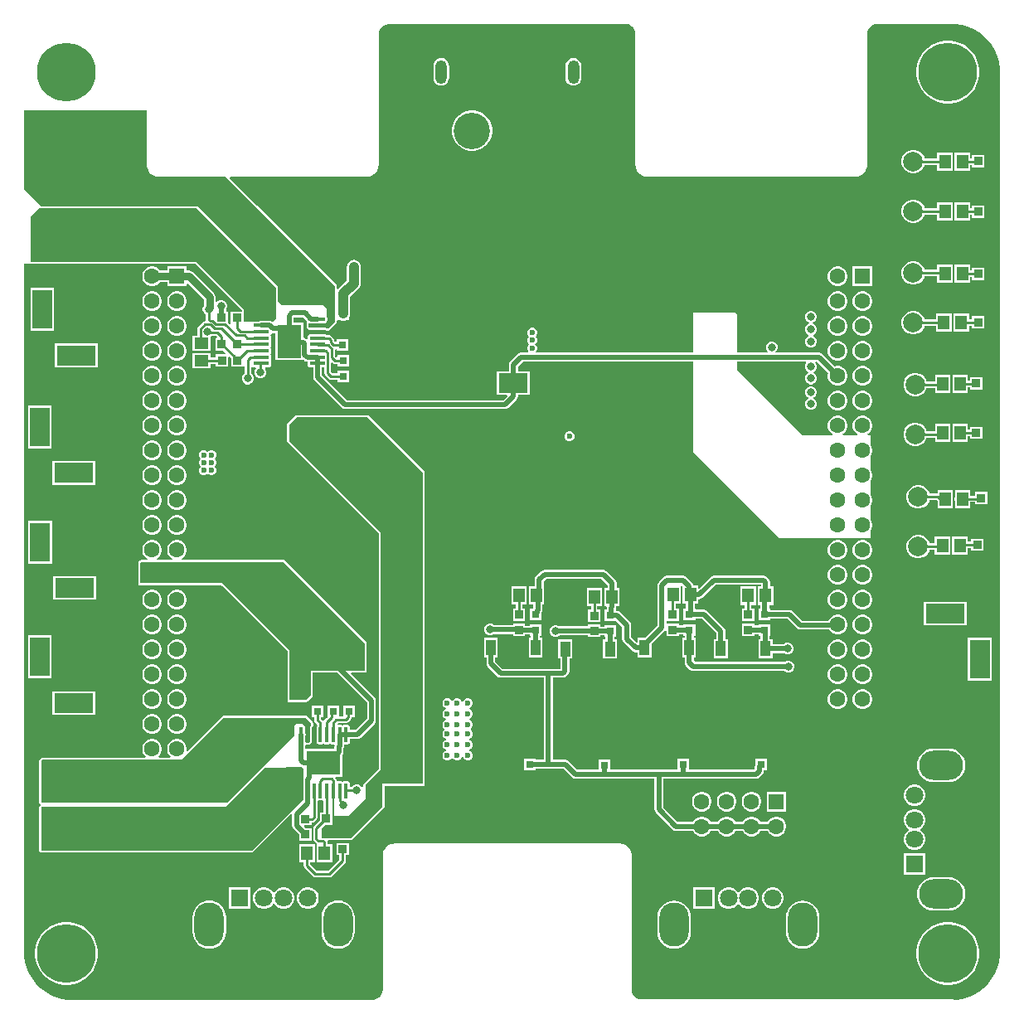
<source format=gbl>
G04*
G04 #@! TF.GenerationSoftware,Altium Limited,Altium Designer,22.5.1 (42)*
G04*
G04 Layer_Physical_Order=4*
G04 Layer_Color=16711680*
%FSLAX44Y44*%
%MOMM*%
G71*
G04*
G04 #@! TF.SameCoordinates,7C753EF8-EF55-4721-AF4D-FDC1614254BA*
G04*
G04*
G04 #@! TF.FilePolarity,Positive*
G04*
G01*
G75*
%ADD13C,0.2540*%
%ADD21R,1.4700X1.1600*%
%ADD22R,0.8500X0.8500*%
%ADD23R,0.8000X0.8000*%
%ADD24R,0.8500X0.8500*%
%ADD29R,0.8000X0.8000*%
%ADD69C,1.0000*%
%ADD71O,1.2000X2.4000*%
%ADD72R,3.7160X3.7160*%
%ADD73C,3.7160*%
%ADD74C,1.8000*%
%ADD75R,1.8000X1.8000*%
%ADD76O,3.0000X4.5000*%
%ADD77C,2.0000*%
%ADD78C,1.6000*%
%ADD79R,1.6000X1.6000*%
%ADD80R,2.0000X4.0000*%
%ADD81R,4.0000X2.0000*%
%ADD82R,1.8000X1.8000*%
%ADD83O,4.5000X3.0000*%
%ADD84R,1.6000X1.6000*%
%ADD85C,6.0000*%
%ADD86C,0.6000*%
%ADD87C,0.8000*%
%ADD88C,0.5000*%
G04:AMPARAMS|DCode=89|XSize=1.57mm|YSize=0.41mm|CornerRadius=0.0513mm|HoleSize=0mm|Usage=FLASHONLY|Rotation=90.000|XOffset=0mm|YOffset=0mm|HoleType=Round|Shape=RoundedRectangle|*
%AMROUNDEDRECTD89*
21,1,1.5700,0.3075,0,0,90.0*
21,1,1.4675,0.4100,0,0,90.0*
1,1,0.1025,0.1538,0.7338*
1,1,0.1025,0.1538,-0.7338*
1,1,0.1025,-0.1538,-0.7338*
1,1,0.1025,-0.1538,0.7338*
%
%ADD89ROUNDEDRECTD89*%
%ADD90R,3.4000X2.4800*%
%ADD91R,1.1600X1.4700*%
%ADD92R,3.0000X2.0000*%
%ADD93R,5.4000X6.1999*%
%ADD94R,1.0000X1.6000*%
%ADD95R,2.4800X3.4000*%
G04:AMPARAMS|DCode=96|XSize=1.57mm|YSize=0.41mm|CornerRadius=0.0513mm|HoleSize=0mm|Usage=FLASHONLY|Rotation=0.000|XOffset=0mm|YOffset=0mm|HoleType=Round|Shape=RoundedRectangle|*
%AMROUNDEDRECTD96*
21,1,1.5700,0.3075,0,0,0.0*
21,1,1.4675,0.4100,0,0,0.0*
1,1,0.1025,0.7338,-0.1538*
1,1,0.1025,-0.7338,-0.1538*
1,1,0.1025,-0.7338,0.1538*
1,1,0.1025,0.7338,0.1538*
%
%ADD96ROUNDEDRECTD96*%
%ADD97C,0.8000*%
G36*
X454110Y498796D02*
X454890Y498641D01*
X458033D01*
X464267Y497820D01*
X470340Y496193D01*
X476148Y493787D01*
X481593Y490644D01*
X486581Y486816D01*
X491026Y482371D01*
X494854Y477383D01*
X497997Y471938D01*
X500403Y466130D01*
X502030Y460057D01*
X502851Y453824D01*
Y450680D01*
Y-449320D01*
Y-452463D01*
X502030Y-458697D01*
X500403Y-464770D01*
X497997Y-470578D01*
X494854Y-476023D01*
X491026Y-481011D01*
X486581Y-485456D01*
X481593Y-489284D01*
X476148Y-492427D01*
X470340Y-494833D01*
X464267Y-496460D01*
X458033Y-497281D01*
X455917D01*
X455670Y-497116D01*
X454890Y-496961D01*
X136650D01*
X134590Y-496551D01*
X132650Y-495748D01*
X130904Y-494581D01*
X129419Y-493096D01*
X128252Y-491350D01*
X127449Y-489410D01*
X127039Y-487350D01*
Y-486300D01*
Y-350000D01*
X127029Y-349950D01*
X127037Y-349900D01*
X126988Y-348920D01*
X126952Y-348773D01*
Y-348622D01*
X126569Y-346699D01*
X126492Y-346514D01*
X126453Y-346317D01*
X125703Y-344506D01*
X125591Y-344339D01*
X125515Y-344153D01*
X124425Y-342523D01*
X124284Y-342381D01*
X124172Y-342214D01*
X122786Y-340828D01*
X122619Y-340717D01*
X122477Y-340574D01*
X120847Y-339485D01*
X120661Y-339408D01*
X120494Y-339297D01*
X118683Y-338547D01*
X118486Y-338508D01*
X118301Y-338431D01*
X116378Y-338048D01*
X116227D01*
X116080Y-338012D01*
X115100Y-337963D01*
X115050Y-337971D01*
X115000Y-337961D01*
X114680Y-337961D01*
X38890D01*
X-115110Y-337961D01*
X-115160Y-337971D01*
X-115210Y-337963D01*
X-116190Y-338012D01*
X-116337Y-338048D01*
X-116488D01*
X-118411Y-338431D01*
X-118596Y-338508D01*
X-118793Y-338547D01*
X-120604Y-339297D01*
X-120771Y-339408D01*
X-120957Y-339485D01*
X-122587Y-340574D01*
X-122729Y-340717D01*
X-122896Y-340828D01*
X-124282Y-342214D01*
X-124394Y-342381D01*
X-124536Y-342523D01*
X-125625Y-344153D01*
X-125702Y-344339D01*
X-125813Y-344506D01*
X-126563Y-346317D01*
X-126602Y-346514D01*
X-126679Y-346699D01*
X-127062Y-348622D01*
Y-348773D01*
X-127099Y-348920D01*
X-127147Y-349900D01*
X-127139Y-349950D01*
X-127149Y-350000D01*
Y-486620D01*
Y-487670D01*
X-127559Y-489730D01*
X-128362Y-491670D01*
X-129529Y-493416D01*
X-131014Y-494901D01*
X-132760Y-496068D01*
X-134700Y-496871D01*
X-136760Y-497281D01*
X-137810D01*
X-445820Y-497281D01*
X-445821Y-497281D01*
X-448254Y-497281D01*
X-454487Y-496460D01*
X-460560Y-494833D01*
X-466368Y-492427D01*
X-471813Y-489284D01*
X-476801Y-485456D01*
X-481246Y-481011D01*
X-485074Y-476023D01*
X-488217Y-470578D01*
X-490623Y-464770D01*
X-492250Y-458697D01*
X-493071Y-452463D01*
Y-449320D01*
Y254116D01*
X-487780D01*
X-487000Y253961D01*
X-317845D01*
X-271039Y207155D01*
Y205250D01*
X-282500D01*
Y193011D01*
X-283583Y192298D01*
X-285500Y194215D01*
Y205250D01*
X-287162D01*
Y207353D01*
X-286913Y207601D01*
X-286000Y209806D01*
Y212194D01*
X-286913Y214399D01*
X-288601Y216087D01*
X-290807Y217000D01*
X-293193D01*
X-295399Y216087D01*
X-296612Y214873D01*
X-297882Y215399D01*
Y220000D01*
X-298348Y222341D01*
X-299674Y224326D01*
X-320974Y245626D01*
X-322959Y246952D01*
X-325300Y247418D01*
X-327300D01*
Y251300D01*
X-347300D01*
Y247418D01*
X-354685D01*
X-354698Y247440D01*
X-356560Y249302D01*
X-358840Y250618D01*
X-361384Y251300D01*
X-364016D01*
X-366560Y250618D01*
X-368840Y249302D01*
X-370702Y247440D01*
X-372019Y245160D01*
X-372700Y242617D01*
Y239984D01*
X-372019Y237440D01*
X-370702Y235160D01*
X-368840Y233298D01*
X-366560Y231982D01*
X-364016Y231300D01*
X-361384D01*
X-358840Y231982D01*
X-356560Y233298D01*
X-354698Y235160D01*
X-354685Y235182D01*
X-347300D01*
Y231300D01*
X-327300D01*
Y232989D01*
X-326127Y233475D01*
X-310117Y217466D01*
Y211324D01*
X-311000Y209193D01*
Y206807D01*
X-310087Y204601D01*
X-308399Y202913D01*
X-308334Y202887D01*
Y197268D01*
X-308196Y196574D01*
X-308946Y195406D01*
X-309132Y195280D01*
X-310287Y195050D01*
X-311369Y194328D01*
X-315627Y190069D01*
X-316350Y188987D01*
X-316604Y187711D01*
Y180700D01*
X-321350D01*
Y165100D01*
X-302650D01*
Y179593D01*
X-302601Y179613D01*
X-301359Y180856D01*
X-297571D01*
X-296192Y179478D01*
X-296719Y178207D01*
X-298000D01*
Y165707D01*
X-290215D01*
X-287346Y162838D01*
X-287832Y161665D01*
X-297542D01*
Y158749D01*
X-302650D01*
Y162900D01*
X-321350D01*
Y147300D01*
X-302650D01*
Y152081D01*
X-297542D01*
Y149165D01*
X-285042D01*
Y158876D01*
X-283869Y159362D01*
X-282043Y157535D01*
Y149165D01*
X-269543D01*
Y149165D01*
X-268334Y149016D01*
Y142113D01*
X-268399Y142087D01*
X-270087Y140399D01*
X-271000Y138194D01*
Y135807D01*
X-270087Y133601D01*
X-268399Y131913D01*
X-266194Y131000D01*
X-263806D01*
X-261601Y131913D01*
X-259914Y133601D01*
X-259000Y135807D01*
Y138194D01*
X-259914Y140399D01*
X-261601Y142087D01*
X-261666Y142113D01*
Y148586D01*
X-260396Y148972D01*
X-260349Y148901D01*
X-259518Y148346D01*
X-258538Y148151D01*
X-257131D01*
X-256604Y146881D01*
X-257087Y146399D01*
X-258000Y144193D01*
Y141806D01*
X-257087Y139601D01*
X-255399Y137913D01*
X-253193Y137000D01*
X-250807D01*
X-248601Y137913D01*
X-246914Y139601D01*
X-246000Y141806D01*
Y144193D01*
X-246914Y146399D01*
X-247395Y146881D01*
X-246870Y148151D01*
X-243862D01*
X-242882Y148346D01*
X-242051Y148901D01*
X-241496Y149732D01*
X-241301Y150712D01*
Y153787D01*
X-241496Y154768D01*
X-241985Y155500D01*
X-241496Y156232D01*
X-241301Y157212D01*
Y160287D01*
X-241496Y161268D01*
X-241985Y162000D01*
X-241496Y162732D01*
X-241301Y163713D01*
Y166787D01*
X-241496Y167768D01*
X-241985Y168500D01*
X-241496Y169232D01*
X-241301Y170212D01*
Y173288D01*
X-241496Y174268D01*
X-241985Y175000D01*
X-241496Y175732D01*
X-241301Y176712D01*
Y179788D01*
X-241496Y180768D01*
X-241985Y181500D01*
X-241496Y182232D01*
X-241450Y182463D01*
X-240251Y183430D01*
X-240031Y183476D01*
X-239471Y183364D01*
X-236900D01*
Y156000D01*
X-208100D01*
X-207669Y155668D01*
X-207506Y155506D01*
X-206018Y154511D01*
X-204262Y154162D01*
X-204007D01*
X-203699Y153787D01*
Y150712D01*
X-203504Y149732D01*
X-202949Y148901D01*
X-202118Y148346D01*
X-201138Y148151D01*
X-198338D01*
Y138500D01*
X-197989Y136744D01*
X-196994Y135256D01*
X-168744Y107006D01*
X-167256Y106011D01*
X-165500Y105662D01*
X-2250D01*
X-494Y106011D01*
X994Y107006D01*
X9494Y115506D01*
X10489Y116994D01*
X10838Y118750D01*
Y120250D01*
X23250D01*
Y144250D01*
X10838D01*
Y149100D01*
X15850Y154112D01*
X190000D01*
Y84000D01*
Y62000D01*
X278000Y-26000D01*
X370000D01*
X371000Y-25000D01*
Y-18324D01*
X372019Y-16560D01*
X372700Y-14016D01*
Y-11384D01*
X372019Y-8840D01*
X371000Y-7076D01*
Y7076D01*
X372019Y8840D01*
X372700Y11384D01*
Y14016D01*
X372019Y16560D01*
X371000Y18324D01*
Y32476D01*
X372019Y34240D01*
X372700Y36783D01*
Y39416D01*
X372019Y41960D01*
X371000Y43724D01*
Y57876D01*
X372019Y59640D01*
X372700Y62183D01*
Y64816D01*
X372019Y67360D01*
X371000Y69124D01*
Y79000D01*
X368093D01*
X367752Y80270D01*
X368840Y80898D01*
X370702Y82760D01*
X372019Y85040D01*
X372700Y87584D01*
Y90217D01*
X372019Y92760D01*
X370702Y95040D01*
X368840Y96902D01*
X366560Y98218D01*
X364016Y98900D01*
X361384D01*
X358840Y98218D01*
X356560Y96902D01*
X354698Y95040D01*
X353382Y92760D01*
X352700Y90217D01*
Y87584D01*
X353382Y85040D01*
X354698Y82760D01*
X356560Y80898D01*
X357648Y80270D01*
X357307Y79000D01*
X342693D01*
X342352Y80270D01*
X343440Y80898D01*
X345302Y82760D01*
X346618Y85040D01*
X347300Y87584D01*
Y90217D01*
X346618Y92760D01*
X345302Y95040D01*
X343440Y96902D01*
X341160Y98218D01*
X338616Y98900D01*
X335984D01*
X333440Y98218D01*
X331160Y96902D01*
X329298Y95040D01*
X327981Y92760D01*
X327300Y90217D01*
Y87584D01*
X327981Y85040D01*
X329298Y82760D01*
X331160Y80898D01*
X332248Y80270D01*
X331907Y79000D01*
X302000D01*
X235000Y146000D01*
Y154112D01*
X304830D01*
X305357Y152842D01*
X304913Y152399D01*
X304000Y150194D01*
Y147807D01*
X304913Y145601D01*
X306601Y143913D01*
X307147Y143687D01*
Y142313D01*
X306601Y142087D01*
X304913Y140399D01*
X304000Y138194D01*
Y135807D01*
X304913Y133601D01*
X306601Y131913D01*
X308806Y131000D01*
X311194D01*
X313399Y131913D01*
X315086Y133601D01*
X316000Y135807D01*
Y138194D01*
X315086Y140399D01*
X313399Y142087D01*
X312853Y142313D01*
Y143687D01*
X313399Y143913D01*
X315086Y145601D01*
X316000Y147807D01*
Y150194D01*
X315086Y152399D01*
X314643Y152842D01*
X315170Y154112D01*
X316399D01*
X327764Y142747D01*
X327300Y141017D01*
Y138384D01*
X327981Y135840D01*
X329298Y133560D01*
X331160Y131698D01*
X333440Y130381D01*
X335984Y129700D01*
X338616D01*
X341160Y130381D01*
X343440Y131698D01*
X345302Y133560D01*
X346618Y135840D01*
X347300Y138384D01*
Y141017D01*
X346618Y143560D01*
X345302Y145840D01*
X343440Y147702D01*
X341160Y149018D01*
X338616Y149700D01*
X335984D01*
X334253Y149236D01*
X321544Y161944D01*
X320056Y162939D01*
X318300Y163288D01*
X274569D01*
X274043Y164558D01*
X275086Y165601D01*
X276000Y167806D01*
Y170194D01*
X275086Y172399D01*
X273399Y174086D01*
X271194Y175000D01*
X268806D01*
X266601Y174086D01*
X264913Y172399D01*
X264000Y170194D01*
Y167806D01*
X264913Y165601D01*
X265956Y164558D01*
X265431Y163288D01*
X235000D01*
Y202000D01*
X233000Y204000D01*
X190000D01*
Y163288D01*
X29655D01*
X29129Y164558D01*
X29489Y164918D01*
X30250Y166755D01*
Y168745D01*
X29489Y170582D01*
X28329Y171742D01*
X28332Y171761D01*
X29739Y173168D01*
X30500Y175005D01*
Y176995D01*
X29739Y178832D01*
X28696Y179875D01*
X29739Y180918D01*
X30500Y182755D01*
Y184745D01*
X29739Y186582D01*
X28332Y187989D01*
X26495Y188750D01*
X24505D01*
X22668Y187989D01*
X21261Y186582D01*
X20500Y184745D01*
Y182755D01*
X21261Y180918D01*
X22304Y179875D01*
X21261Y178832D01*
X20500Y176995D01*
Y175005D01*
X21261Y173168D01*
X22421Y172008D01*
X22418Y171989D01*
X21011Y170582D01*
X20250Y168745D01*
Y166755D01*
X21011Y164918D01*
X21371Y164558D01*
X20845Y163288D01*
X13950D01*
X12194Y162939D01*
X10706Y161944D01*
X3006Y154244D01*
X2011Y152756D01*
X1662Y151000D01*
Y144250D01*
X-10750D01*
Y120250D01*
X-398D01*
X88Y119077D01*
X-4150Y114838D01*
X-163599D01*
X-189162Y140400D01*
Y148151D01*
X-186578D01*
Y142244D01*
X-186324Y140968D01*
X-185602Y139886D01*
X-182322Y136607D01*
X-181241Y135885D01*
X-179965Y135631D01*
X-173500D01*
Y132965D01*
X-161500D01*
Y144965D01*
X-173500D01*
Y142299D01*
X-178584D01*
X-179910Y143625D01*
Y152798D01*
X-178736Y153284D01*
X-178060Y152607D01*
X-176978Y151885D01*
X-175702Y151631D01*
X-173500D01*
Y148965D01*
X-161500D01*
Y160965D01*
X-173500D01*
Y159274D01*
X-174770Y158748D01*
X-175666Y159644D01*
Y166303D01*
X-174508Y167272D01*
X-174000Y167131D01*
Y165107D01*
X-162000D01*
Y177107D01*
X-174000D01*
Y174442D01*
X-176338D01*
X-176666Y174769D01*
Y176000D01*
X-176920Y177276D01*
X-177642Y178358D01*
X-179893Y180607D01*
X-180974Y181330D01*
X-182250Y181584D01*
X-184641D01*
X-184651Y181599D01*
X-185482Y182154D01*
X-186462Y182349D01*
X-201138D01*
X-202118Y182154D01*
X-202949Y181599D01*
X-203504Y180768D01*
X-203699Y179788D01*
Y177496D01*
X-204969Y176970D01*
X-205244Y177244D01*
X-206732Y178239D01*
X-208100Y178511D01*
Y194000D01*
X-217912D01*
Y199171D01*
X-217671Y199412D01*
X-208451D01*
X-204604Y195565D01*
X-204504Y195329D01*
X-204420Y194288D01*
X-204442Y194056D01*
X-204649Y193747D01*
X-204863Y193443D01*
X-204869Y193417D01*
X-204884Y193395D01*
X-204956Y193030D01*
X-205039Y192667D01*
X-205034Y192641D01*
X-205039Y192614D01*
Y189592D01*
X-204968Y189233D01*
X-204907Y188870D01*
X-204890Y188843D01*
X-204884Y188812D01*
X-204680Y188506D01*
X-204485Y188195D01*
X-204242Y187936D01*
X-204005Y187767D01*
X-203788Y187574D01*
X-202761Y186972D01*
X-202441Y186861D01*
X-202128Y186731D01*
X-202067D01*
X-202010Y186711D01*
X-201671Y186731D01*
X-201332D01*
X-200937Y186810D01*
X-186663D01*
X-186278Y186733D01*
X-186036Y186572D01*
X-186027Y186558D01*
X-185860Y186446D01*
X-185718Y186304D01*
X-185532Y186228D01*
X-185365Y186116D01*
X-185168Y186077D01*
X-184983Y186000D01*
X-184782D01*
X-184585Y185961D01*
X-183000D01*
X-182220Y186116D01*
X-181558Y186558D01*
X-174558Y193558D01*
X-174116Y194220D01*
X-173961Y195000D01*
Y195921D01*
X-173500Y197000D01*
X-171179D01*
X-171030Y196886D01*
X-169327Y196180D01*
X-167500Y195940D01*
X-165673Y196180D01*
X-163970Y196886D01*
X-163821Y197000D01*
X-161500D01*
Y199321D01*
X-161385Y199470D01*
X-160680Y201173D01*
X-160440Y203000D01*
Y220576D01*
X-151758Y229258D01*
X-150635Y230720D01*
X-149930Y232423D01*
X-149690Y234250D01*
Y251000D01*
X-149930Y252827D01*
X-150635Y254530D01*
X-151758Y255993D01*
X-153220Y257115D01*
X-154923Y257820D01*
X-156750Y258060D01*
X-158577Y257820D01*
X-160280Y257115D01*
X-161742Y255993D01*
X-162864Y254530D01*
X-163570Y252827D01*
X-163810Y251000D01*
Y237174D01*
X-172492Y228493D01*
X-172691Y228234D01*
X-173961Y228665D01*
Y231570D01*
X-173961Y231570D01*
X-174116Y232350D01*
X-174558Y233012D01*
X-174558Y233012D01*
X-255988Y314442D01*
X-255988Y314442D01*
X-283334Y341788D01*
X-282848Y342961D01*
X-143500D01*
X-143450Y342971D01*
X-143400Y342963D01*
X-142420Y343012D01*
X-142273Y343048D01*
X-142122D01*
X-140199Y343431D01*
X-140014Y343508D01*
X-139817Y343547D01*
X-138006Y344297D01*
X-137839Y344408D01*
X-137653Y344485D01*
X-136023Y345574D01*
X-135881Y345717D01*
X-135714Y345828D01*
X-134328Y347214D01*
X-134216Y347381D01*
X-134074Y347523D01*
X-132985Y349153D01*
X-132908Y349339D01*
X-132797Y349506D01*
X-132047Y351317D01*
X-132008Y351514D01*
X-131931Y351699D01*
X-131548Y353622D01*
Y353773D01*
X-131511Y353920D01*
X-131463Y354900D01*
X-131471Y354950D01*
X-131461Y355000D01*
Y487980D01*
Y489030D01*
X-131051Y491090D01*
X-130248Y493030D01*
X-129081Y494776D01*
X-127596Y496261D01*
X-125850Y497428D01*
X-123910Y498231D01*
X-121850Y498641D01*
X119980D01*
X120760Y498796D01*
X121007Y498961D01*
X121350D01*
X123410Y498551D01*
X125350Y497748D01*
X127096Y496581D01*
X128581Y495096D01*
X129747Y493350D01*
X130551Y491410D01*
X130961Y489350D01*
Y488300D01*
Y355000D01*
X130971Y354950D01*
X130963Y354900D01*
X131011Y353920D01*
X131048Y353773D01*
Y353622D01*
X131431Y351699D01*
X131508Y351514D01*
X131547Y351317D01*
X132297Y349506D01*
X132408Y349339D01*
X132485Y349153D01*
X133574Y347523D01*
X133716Y347381D01*
X133828Y347214D01*
X135214Y345828D01*
X135381Y345717D01*
X135523Y345574D01*
X137153Y344485D01*
X137339Y344408D01*
X137506Y344297D01*
X139317Y343547D01*
X139514Y343508D01*
X139699Y343431D01*
X141622Y343048D01*
X141773D01*
X141920Y343012D01*
X142900Y342963D01*
X142950Y342971D01*
X143000Y342961D01*
X355500D01*
X355550Y342971D01*
X355600Y342963D01*
X356580Y343012D01*
X356727Y343048D01*
X356878D01*
X358801Y343431D01*
X358986Y343508D01*
X359183Y343547D01*
X360994Y344297D01*
X361161Y344408D01*
X361347Y344485D01*
X362977Y345574D01*
X363119Y345717D01*
X363286Y345828D01*
X364672Y347214D01*
X364784Y347381D01*
X364925Y347523D01*
X366015Y349153D01*
X366091Y349339D01*
X366203Y349506D01*
X366953Y351317D01*
X366992Y351514D01*
X367069Y351699D01*
X367452Y353622D01*
Y353773D01*
X367488Y353920D01*
X367537Y354900D01*
X367529Y354950D01*
X367539Y355000D01*
Y488300D01*
Y489350D01*
X367949Y491410D01*
X368752Y493350D01*
X369919Y495096D01*
X371404Y496581D01*
X373150Y497747D01*
X375090Y498551D01*
X377150Y498961D01*
X453863D01*
X454110Y498796D01*
D02*
G37*
G36*
X-366197Y311000D02*
X-366000Y310961D01*
X-317211D01*
X-236000Y229750D01*
Y215961D01*
X-236000Y215961D01*
X-236000Y215961D01*
Y198000D01*
X-239000Y195000D01*
X-240281D01*
X-241013Y195489D01*
X-242769Y195838D01*
X-251200D01*
X-252956Y195489D01*
X-253165Y195349D01*
X-258538D01*
X-259518Y195154D01*
X-259749Y195000D01*
X-269000D01*
Y201000D01*
Y208000D01*
X-317000Y256000D01*
X-487000D01*
Y302000D01*
X-478000Y311000D01*
X-366197Y311000D01*
D02*
G37*
G36*
X-368039Y355000D02*
X-368029Y354950D01*
X-368037Y354900D01*
X-367988Y353920D01*
X-367952Y353773D01*
Y353622D01*
X-367569Y351699D01*
X-367492Y351514D01*
X-367453Y351317D01*
X-366703Y349506D01*
X-366591Y349339D01*
X-366515Y349153D01*
X-365425Y347523D01*
X-365283Y347381D01*
X-365172Y347214D01*
X-363786Y345828D01*
X-363619Y345717D01*
X-363477Y345574D01*
X-361847Y344485D01*
X-361661Y344408D01*
X-361494Y344297D01*
X-359683Y343547D01*
X-359486Y343508D01*
X-359301Y343431D01*
X-357378Y343048D01*
X-357227D01*
X-357080Y343012D01*
X-356100Y342963D01*
X-356050Y342971D01*
X-356000Y342961D01*
X-287391D01*
X-257430Y313000D01*
X-257430Y313000D01*
X-257430Y313000D01*
X-176000Y231570D01*
Y195000D01*
X-183000Y188000D01*
X-184585D01*
X-184651Y188099D01*
X-185482Y188654D01*
X-186462Y188849D01*
X-201138D01*
X-201730Y188731D01*
X-202756Y189333D01*
X-203000Y189592D01*
Y192614D01*
X-202699Y192901D01*
X-201730Y193446D01*
X-200300Y193162D01*
X-193800D01*
X-192044Y193511D01*
X-191835Y193651D01*
X-186462D01*
X-185482Y193846D01*
X-185251Y194000D01*
X-184000D01*
Y195714D01*
X-183901Y196213D01*
Y199287D01*
X-184000Y199786D01*
Y208000D01*
X-188000Y212000D01*
X-230000D01*
X-233961Y215961D01*
X-233961Y215961D01*
Y229750D01*
X-234116Y230530D01*
X-234558Y231192D01*
X-234558Y231192D01*
X-236000Y232634D01*
Y233000D01*
X-316000Y313000D01*
X-366000D01*
X-366197Y313039D01*
X-476039Y313039D01*
X-493000Y330000D01*
Y411250D01*
X-368039D01*
Y355000D01*
D02*
G37*
%LPC*%
G36*
X67500Y464069D02*
X65412Y463794D01*
X63465Y462988D01*
X61794Y461706D01*
X60512Y460034D01*
X59706Y458088D01*
X59431Y456000D01*
Y444000D01*
X59706Y441912D01*
X60512Y439966D01*
X61794Y438294D01*
X63465Y437012D01*
X65412Y436206D01*
X67500Y435931D01*
X69588Y436206D01*
X71535Y437012D01*
X73206Y438294D01*
X74488Y439966D01*
X75294Y441912D01*
X75569Y444000D01*
Y456000D01*
X75294Y458088D01*
X74488Y460034D01*
X73206Y461706D01*
X71535Y462988D01*
X69588Y463794D01*
X67500Y464069D01*
D02*
G37*
G36*
X-67500D02*
X-69588Y463794D01*
X-71535Y462988D01*
X-73206Y461706D01*
X-74488Y460034D01*
X-75294Y458088D01*
X-75569Y456000D01*
Y444000D01*
X-75294Y441912D01*
X-74488Y439966D01*
X-73206Y438294D01*
X-71535Y437012D01*
X-69588Y436206D01*
X-67500Y435931D01*
X-65412Y436206D01*
X-63465Y437012D01*
X-61794Y438294D01*
X-60512Y439966D01*
X-59706Y441912D01*
X-59431Y444000D01*
Y456000D01*
X-59706Y458088D01*
X-60512Y460034D01*
X-61794Y461706D01*
X-63465Y462988D01*
X-65412Y463794D01*
X-67500Y464069D01*
D02*
G37*
G36*
X452518Y482000D02*
X447481D01*
X442507Y481212D01*
X437716Y479656D01*
X433228Y477369D01*
X429153Y474408D01*
X425592Y470847D01*
X422631Y466772D01*
X420344Y462284D01*
X418788Y457493D01*
X418000Y452518D01*
Y447481D01*
X418788Y442507D01*
X420344Y437716D01*
X422631Y433228D01*
X425592Y429153D01*
X429153Y425592D01*
X433228Y422631D01*
X437716Y420344D01*
X442507Y418788D01*
X447481Y418000D01*
X452518D01*
X457493Y418788D01*
X462284Y420344D01*
X466772Y422631D01*
X470847Y425592D01*
X474408Y429153D01*
X477369Y433228D01*
X479656Y437716D01*
X481212Y442507D01*
X482000Y447481D01*
Y452518D01*
X481212Y457493D01*
X479656Y462284D01*
X477369Y466772D01*
X474408Y470847D01*
X470847Y474408D01*
X466772Y477369D01*
X462284Y479656D01*
X457493Y481212D01*
X452518Y482000D01*
D02*
G37*
G36*
X-33973Y410580D02*
X-38027D01*
X-42003Y409789D01*
X-45748Y408238D01*
X-49119Y405985D01*
X-51986Y403119D01*
X-54238Y399748D01*
X-55789Y396003D01*
X-56580Y392027D01*
Y387973D01*
X-55789Y383997D01*
X-54238Y380252D01*
X-51986Y376881D01*
X-49119Y374015D01*
X-45748Y371762D01*
X-42003Y370211D01*
X-38027Y369420D01*
X-33973D01*
X-29997Y370211D01*
X-26252Y371762D01*
X-22881Y374015D01*
X-20015Y376881D01*
X-17762Y380252D01*
X-16211Y383997D01*
X-15420Y387973D01*
Y392027D01*
X-16211Y396003D01*
X-17762Y399748D01*
X-20015Y403119D01*
X-22881Y405985D01*
X-26252Y408238D01*
X-29997Y409789D01*
X-33973Y410580D01*
D02*
G37*
G36*
X472463Y367513D02*
X456863D01*
Y348812D01*
X472463D01*
Y354828D01*
X474512D01*
Y352663D01*
X487012D01*
Y365163D01*
X474512D01*
Y361497D01*
X472463D01*
Y367513D01*
D02*
G37*
G36*
X416167Y370563D02*
X413008D01*
X409956Y369745D01*
X407219Y368165D01*
X404985Y365931D01*
X403405Y363194D01*
X402588Y360142D01*
Y356983D01*
X403405Y353931D01*
X404985Y351194D01*
X407219Y348960D01*
X409956Y347380D01*
X413008Y346563D01*
X416167D01*
X419219Y347380D01*
X421956Y348960D01*
X424190Y351194D01*
X425770Y353931D01*
X426117Y355229D01*
X439062D01*
Y348812D01*
X454663D01*
Y367513D01*
X439062D01*
Y361897D01*
X426117D01*
X425770Y363194D01*
X424190Y365931D01*
X421956Y368165D01*
X419219Y369745D01*
X416167Y370563D01*
D02*
G37*
G36*
X472463Y316513D02*
X456863D01*
Y297812D01*
X472463D01*
Y304079D01*
X474512D01*
Y301163D01*
X487012D01*
Y313663D01*
X474512D01*
Y310747D01*
X472463D01*
Y316513D01*
D02*
G37*
G36*
X416167Y319763D02*
X413008D01*
X409956Y318945D01*
X407219Y317365D01*
X404985Y315131D01*
X403405Y312394D01*
X402588Y309342D01*
Y306183D01*
X403405Y303131D01*
X404985Y300394D01*
X407219Y298160D01*
X409956Y296580D01*
X413008Y295763D01*
X416167D01*
X419219Y296580D01*
X421956Y298160D01*
X424190Y300394D01*
X425770Y303131D01*
X426117Y304429D01*
X439062D01*
Y297812D01*
X454663D01*
Y316513D01*
X439062D01*
Y311097D01*
X426117D01*
X425770Y312394D01*
X424190Y315131D01*
X421956Y317365D01*
X419219Y318945D01*
X416167Y319763D01*
D02*
G37*
G36*
X472463Y253512D02*
X456863D01*
Y234813D01*
X472463D01*
Y240578D01*
X474512D01*
Y237663D01*
X487012D01*
Y250163D01*
X474512D01*
Y247247D01*
X472463D01*
Y253512D01*
D02*
G37*
G36*
X416167Y256643D02*
X413008D01*
X409956Y255825D01*
X407219Y254245D01*
X404985Y252011D01*
X403405Y249274D01*
X402588Y246222D01*
Y243063D01*
X403405Y240011D01*
X404985Y237274D01*
X407219Y235040D01*
X409956Y233460D01*
X413008Y232643D01*
X416167D01*
X419219Y233460D01*
X421956Y235040D01*
X424190Y237274D01*
X425770Y240011D01*
X426117Y241308D01*
X439062D01*
Y234813D01*
X454663D01*
Y253512D01*
X439062D01*
Y247977D01*
X426117D01*
X425770Y249274D01*
X424190Y252011D01*
X421956Y254245D01*
X419219Y255825D01*
X416167Y256643D01*
D02*
G37*
G36*
X372700Y251300D02*
X352700D01*
Y231300D01*
X372700D01*
Y251300D01*
D02*
G37*
G36*
X338616D02*
X335984D01*
X333440Y250618D01*
X331160Y249302D01*
X329298Y247440D01*
X327981Y245160D01*
X327300Y242617D01*
Y239984D01*
X327981Y237440D01*
X329298Y235160D01*
X331160Y233298D01*
X333440Y231982D01*
X335984Y231300D01*
X338616D01*
X341160Y231982D01*
X343440Y233298D01*
X345302Y235160D01*
X346618Y237440D01*
X347300Y239984D01*
Y242617D01*
X346618Y245160D01*
X345302Y247440D01*
X343440Y249302D01*
X341160Y250618D01*
X338616Y251300D01*
D02*
G37*
G36*
X364016Y225900D02*
X361384D01*
X358840Y225219D01*
X356560Y223902D01*
X354698Y222040D01*
X353382Y219760D01*
X352700Y217216D01*
Y214583D01*
X353382Y212040D01*
X354698Y209760D01*
X356560Y207898D01*
X358840Y206581D01*
X361384Y205900D01*
X364016D01*
X366560Y206581D01*
X368840Y207898D01*
X370702Y209760D01*
X372019Y212040D01*
X372700Y214583D01*
Y217216D01*
X372019Y219760D01*
X370702Y222040D01*
X368840Y223902D01*
X366560Y225219D01*
X364016Y225900D01*
D02*
G37*
G36*
X338616D02*
X335984D01*
X333440Y225219D01*
X331160Y223902D01*
X329298Y222040D01*
X327981Y219760D01*
X327300Y217216D01*
Y214583D01*
X327981Y212040D01*
X329298Y209760D01*
X331160Y207898D01*
X333440Y206581D01*
X335984Y205900D01*
X338616D01*
X341160Y206581D01*
X343440Y207898D01*
X345302Y209760D01*
X346618Y212040D01*
X347300Y214583D01*
Y217216D01*
X346618Y219760D01*
X345302Y222040D01*
X343440Y223902D01*
X341160Y225219D01*
X338616Y225900D01*
D02*
G37*
G36*
X-335984D02*
X-338616D01*
X-341160Y225219D01*
X-343440Y223902D01*
X-345302Y222040D01*
X-346618Y219760D01*
X-347300Y217216D01*
Y214583D01*
X-346618Y212040D01*
X-345302Y209760D01*
X-343440Y207898D01*
X-341160Y206581D01*
X-338616Y205900D01*
X-335984D01*
X-333440Y206581D01*
X-331160Y207898D01*
X-329298Y209760D01*
X-327981Y212040D01*
X-327300Y214583D01*
Y217216D01*
X-327981Y219760D01*
X-329298Y222040D01*
X-331160Y223902D01*
X-333440Y225219D01*
X-335984Y225900D01*
D02*
G37*
G36*
X-361384D02*
X-364016D01*
X-366560Y225219D01*
X-368840Y223902D01*
X-370702Y222040D01*
X-372019Y219760D01*
X-372700Y217216D01*
Y214583D01*
X-372019Y212040D01*
X-370702Y209760D01*
X-368840Y207898D01*
X-366560Y206581D01*
X-364016Y205900D01*
X-361384D01*
X-358840Y206581D01*
X-356560Y207898D01*
X-354698Y209760D01*
X-353382Y212040D01*
X-352700Y214583D01*
Y217216D01*
X-353382Y219760D01*
X-354698Y222040D01*
X-356560Y223902D01*
X-358840Y225219D01*
X-361384Y225900D01*
D02*
G37*
G36*
X471463Y203512D02*
X455863D01*
Y184813D01*
X471463D01*
Y190828D01*
X474512D01*
Y188163D01*
X487012D01*
Y200663D01*
X474512D01*
Y197497D01*
X471463D01*
Y203512D01*
D02*
G37*
G36*
X-463000Y229500D02*
X-487000D01*
Y185500D01*
X-463000D01*
Y229500D01*
D02*
G37*
G36*
X416167Y205843D02*
X413008D01*
X409956Y205025D01*
X407219Y203445D01*
X404985Y201211D01*
X403405Y198474D01*
X402588Y195422D01*
Y192263D01*
X403405Y189211D01*
X404985Y186474D01*
X407219Y184240D01*
X409956Y182660D01*
X413008Y181843D01*
X416167D01*
X419219Y182660D01*
X421956Y184240D01*
X424190Y186474D01*
X425770Y189211D01*
X426117Y190508D01*
X438063D01*
Y184813D01*
X453662D01*
Y203512D01*
X438063D01*
Y197177D01*
X426117D01*
X425770Y198474D01*
X424190Y201211D01*
X421956Y203445D01*
X419219Y205025D01*
X416167Y205843D01*
D02*
G37*
G36*
X364016Y200500D02*
X361384D01*
X358840Y199818D01*
X356560Y198502D01*
X354698Y196640D01*
X353382Y194360D01*
X352700Y191817D01*
Y189184D01*
X353382Y186640D01*
X354698Y184360D01*
X356560Y182498D01*
X358840Y181182D01*
X361384Y180500D01*
X364016D01*
X366560Y181182D01*
X368840Y182498D01*
X370702Y184360D01*
X372019Y186640D01*
X372700Y189184D01*
Y191817D01*
X372019Y194360D01*
X370702Y196640D01*
X368840Y198502D01*
X366560Y199818D01*
X364016Y200500D01*
D02*
G37*
G36*
X338616D02*
X335984D01*
X333440Y199818D01*
X331160Y198502D01*
X329298Y196640D01*
X327981Y194360D01*
X327300Y191817D01*
Y189184D01*
X327981Y186640D01*
X329298Y184360D01*
X331160Y182498D01*
X333440Y181182D01*
X335984Y180500D01*
X338616D01*
X341160Y181182D01*
X343440Y182498D01*
X345302Y184360D01*
X346618Y186640D01*
X347300Y189184D01*
Y191817D01*
X346618Y194360D01*
X345302Y196640D01*
X343440Y198502D01*
X341160Y199818D01*
X338616Y200500D01*
D02*
G37*
G36*
X-335984D02*
X-338616D01*
X-341160Y199818D01*
X-343440Y198502D01*
X-345302Y196640D01*
X-346618Y194360D01*
X-347300Y191817D01*
Y189184D01*
X-346618Y186640D01*
X-345302Y184360D01*
X-343440Y182498D01*
X-341160Y181182D01*
X-338616Y180500D01*
X-335984D01*
X-333440Y181182D01*
X-331160Y182498D01*
X-329298Y184360D01*
X-327981Y186640D01*
X-327300Y189184D01*
Y191817D01*
X-327981Y194360D01*
X-329298Y196640D01*
X-331160Y198502D01*
X-333440Y199818D01*
X-335984Y200500D01*
D02*
G37*
G36*
X-361384D02*
X-364016D01*
X-366560Y199818D01*
X-368840Y198502D01*
X-370702Y196640D01*
X-372019Y194360D01*
X-372700Y191817D01*
Y189184D01*
X-372019Y186640D01*
X-370702Y184360D01*
X-368840Y182498D01*
X-366560Y181182D01*
X-364016Y180500D01*
X-361384D01*
X-358840Y181182D01*
X-356560Y182498D01*
X-354698Y184360D01*
X-353382Y186640D01*
X-352700Y189184D01*
Y191817D01*
X-353382Y194360D01*
X-354698Y196640D01*
X-356560Y198502D01*
X-358840Y199818D01*
X-361384Y200500D01*
D02*
G37*
G36*
X311194Y206000D02*
X308806D01*
X306601Y205087D01*
X304913Y203399D01*
X304000Y201194D01*
Y198806D01*
X304913Y196601D01*
X306601Y194914D01*
X308388Y194173D01*
Y192827D01*
X306601Y192087D01*
X304913Y190399D01*
X304000Y188193D01*
Y185807D01*
X304913Y183601D01*
X306601Y181914D01*
X307147Y181687D01*
Y180313D01*
X306601Y180087D01*
X304913Y178399D01*
X304000Y176194D01*
Y173806D01*
X304913Y171601D01*
X306601Y169914D01*
X308806Y169000D01*
X311194D01*
X313399Y169914D01*
X315086Y171601D01*
X316000Y173806D01*
Y176194D01*
X315086Y178399D01*
X313399Y180087D01*
X312853Y180313D01*
Y181687D01*
X313399Y181914D01*
X315086Y183601D01*
X316000Y185807D01*
Y188193D01*
X315086Y190399D01*
X313399Y192087D01*
X311612Y192827D01*
Y194173D01*
X313399Y194914D01*
X315086Y196601D01*
X316000Y198806D01*
Y201194D01*
X315086Y203399D01*
X313399Y205087D01*
X311194Y206000D01*
D02*
G37*
G36*
X364016Y175100D02*
X361384D01*
X358840Y174419D01*
X356560Y173102D01*
X354698Y171240D01*
X353382Y168960D01*
X352700Y166416D01*
Y163783D01*
X353382Y161240D01*
X354698Y158960D01*
X356560Y157098D01*
X358840Y155781D01*
X361384Y155100D01*
X364016D01*
X366560Y155781D01*
X368840Y157098D01*
X370702Y158960D01*
X372019Y161240D01*
X372700Y163783D01*
Y166416D01*
X372019Y168960D01*
X370702Y171240D01*
X368840Y173102D01*
X366560Y174419D01*
X364016Y175100D01*
D02*
G37*
G36*
X338616D02*
X335984D01*
X333440Y174419D01*
X331160Y173102D01*
X329298Y171240D01*
X327981Y168960D01*
X327300Y166416D01*
Y163783D01*
X327981Y161240D01*
X329298Y158960D01*
X331160Y157098D01*
X333440Y155781D01*
X335984Y155100D01*
X338616D01*
X341160Y155781D01*
X343440Y157098D01*
X345302Y158960D01*
X346618Y161240D01*
X347300Y163783D01*
Y166416D01*
X346618Y168960D01*
X345302Y171240D01*
X343440Y173102D01*
X341160Y174419D01*
X338616Y175100D01*
D02*
G37*
G36*
X-335984D02*
X-338616D01*
X-341160Y174419D01*
X-343440Y173102D01*
X-345302Y171240D01*
X-346618Y168960D01*
X-347300Y166416D01*
Y163783D01*
X-346618Y161240D01*
X-345302Y158960D01*
X-343440Y157098D01*
X-341160Y155781D01*
X-338616Y155100D01*
X-335984D01*
X-333440Y155781D01*
X-331160Y157098D01*
X-329298Y158960D01*
X-327981Y161240D01*
X-327300Y163783D01*
Y166416D01*
X-327981Y168960D01*
X-329298Y171240D01*
X-331160Y173102D01*
X-333440Y174419D01*
X-335984Y175100D01*
D02*
G37*
G36*
X-361384D02*
X-364016D01*
X-366560Y174419D01*
X-368840Y173102D01*
X-370702Y171240D01*
X-372019Y168960D01*
X-372700Y166416D01*
Y163783D01*
X-372019Y161240D01*
X-370702Y158960D01*
X-368840Y157098D01*
X-366560Y155781D01*
X-364016Y155100D01*
X-361384D01*
X-358840Y155781D01*
X-356560Y157098D01*
X-354698Y158960D01*
X-353382Y161240D01*
X-352700Y163783D01*
Y166416D01*
X-353382Y168960D01*
X-354698Y171240D01*
X-356560Y173102D01*
X-358840Y174419D01*
X-361384Y175100D01*
D02*
G37*
G36*
X-418000Y172500D02*
X-462000D01*
Y148500D01*
X-418000D01*
Y172500D01*
D02*
G37*
G36*
X364016Y149700D02*
X361384D01*
X358840Y149018D01*
X356560Y147702D01*
X354698Y145840D01*
X353382Y143560D01*
X352700Y141017D01*
Y138384D01*
X353382Y135840D01*
X354698Y133560D01*
X356560Y131698D01*
X358840Y130381D01*
X361384Y129700D01*
X364016D01*
X366560Y130381D01*
X368840Y131698D01*
X370702Y133560D01*
X372019Y135840D01*
X372700Y138384D01*
Y141017D01*
X372019Y143560D01*
X370702Y145840D01*
X368840Y147702D01*
X366560Y149018D01*
X364016Y149700D01*
D02*
G37*
G36*
X-335984D02*
X-338616D01*
X-341160Y149018D01*
X-343440Y147702D01*
X-345302Y145840D01*
X-346618Y143560D01*
X-347300Y141017D01*
Y138384D01*
X-346618Y135840D01*
X-345302Y133560D01*
X-343440Y131698D01*
X-341160Y130381D01*
X-338616Y129700D01*
X-335984D01*
X-333440Y130381D01*
X-331160Y131698D01*
X-329298Y133560D01*
X-327981Y135840D01*
X-327300Y138384D01*
Y141017D01*
X-327981Y143560D01*
X-329298Y145840D01*
X-331160Y147702D01*
X-333440Y149018D01*
X-335984Y149700D01*
D02*
G37*
G36*
X-361384D02*
X-364016D01*
X-366560Y149018D01*
X-368840Y147702D01*
X-370702Y145840D01*
X-372019Y143560D01*
X-372700Y141017D01*
Y138384D01*
X-372019Y135840D01*
X-370702Y133560D01*
X-368840Y131698D01*
X-366560Y130381D01*
X-364016Y129700D01*
X-361384D01*
X-358840Y130381D01*
X-356560Y131698D01*
X-354698Y133560D01*
X-353382Y135840D01*
X-352700Y138384D01*
Y141017D01*
X-353382Y143560D01*
X-354698Y145840D01*
X-356560Y147702D01*
X-358840Y149018D01*
X-361384Y149700D01*
D02*
G37*
G36*
X470462Y140513D02*
X454863D01*
Y121812D01*
X470462D01*
Y127829D01*
X472513D01*
Y125663D01*
X485013D01*
Y138163D01*
X472513D01*
Y134497D01*
X470462D01*
Y140513D01*
D02*
G37*
G36*
X418167Y142723D02*
X415008D01*
X411956Y141905D01*
X409219Y140325D01*
X406985Y138091D01*
X405405Y135354D01*
X404588Y132302D01*
Y129143D01*
X405405Y126091D01*
X406985Y123354D01*
X409219Y121120D01*
X411956Y119540D01*
X415008Y118722D01*
X418167D01*
X421219Y119540D01*
X423956Y121120D01*
X426190Y123354D01*
X427770Y126091D01*
X428117Y127388D01*
X437062D01*
Y121812D01*
X452663D01*
Y140513D01*
X437062D01*
Y134057D01*
X428117D01*
X427770Y135354D01*
X426190Y138091D01*
X423956Y140325D01*
X421219Y141905D01*
X418167Y142723D01*
D02*
G37*
G36*
X311194Y129000D02*
X308806D01*
X306601Y128087D01*
X304913Y126399D01*
X304000Y124193D01*
Y121806D01*
X304913Y119601D01*
X306601Y117914D01*
X307147Y117687D01*
Y116313D01*
X306601Y116087D01*
X304913Y114399D01*
X304000Y112193D01*
Y109806D01*
X304913Y107601D01*
X306601Y105913D01*
X308806Y105000D01*
X311194D01*
X313399Y105913D01*
X315086Y107601D01*
X316000Y109806D01*
Y112193D01*
X315086Y114399D01*
X313399Y116087D01*
X312853Y116313D01*
Y117687D01*
X313399Y117914D01*
X315086Y119601D01*
X316000Y121806D01*
Y124193D01*
X315086Y126399D01*
X313399Y128087D01*
X311194Y129000D01*
D02*
G37*
G36*
X364016Y124300D02*
X361384D01*
X358840Y123618D01*
X356560Y122302D01*
X354698Y120440D01*
X353382Y118160D01*
X352700Y115617D01*
Y112984D01*
X353382Y110440D01*
X354698Y108160D01*
X356560Y106298D01*
X358840Y104981D01*
X361384Y104300D01*
X364016D01*
X366560Y104981D01*
X368840Y106298D01*
X370702Y108160D01*
X372019Y110440D01*
X372700Y112984D01*
Y115617D01*
X372019Y118160D01*
X370702Y120440D01*
X368840Y122302D01*
X366560Y123618D01*
X364016Y124300D01*
D02*
G37*
G36*
X338616D02*
X335984D01*
X333440Y123618D01*
X331160Y122302D01*
X329298Y120440D01*
X327981Y118160D01*
X327300Y115617D01*
Y112984D01*
X327981Y110440D01*
X329298Y108160D01*
X331160Y106298D01*
X333440Y104981D01*
X335984Y104300D01*
X338616D01*
X341160Y104981D01*
X343440Y106298D01*
X345302Y108160D01*
X346618Y110440D01*
X347300Y112984D01*
Y115617D01*
X346618Y118160D01*
X345302Y120440D01*
X343440Y122302D01*
X341160Y123618D01*
X338616Y124300D01*
D02*
G37*
G36*
X-335984D02*
X-338616D01*
X-341160Y123618D01*
X-343440Y122302D01*
X-345302Y120440D01*
X-346618Y118160D01*
X-347300Y115617D01*
Y112984D01*
X-346618Y110440D01*
X-345302Y108160D01*
X-343440Y106298D01*
X-341160Y104981D01*
X-338616Y104300D01*
X-335984D01*
X-333440Y104981D01*
X-331160Y106298D01*
X-329298Y108160D01*
X-327981Y110440D01*
X-327300Y112984D01*
Y115617D01*
X-327981Y118160D01*
X-329298Y120440D01*
X-331160Y122302D01*
X-333440Y123618D01*
X-335984Y124300D01*
D02*
G37*
G36*
X-361384D02*
X-364016D01*
X-366560Y123618D01*
X-368840Y122302D01*
X-370702Y120440D01*
X-372019Y118160D01*
X-372700Y115617D01*
Y112984D01*
X-372019Y110440D01*
X-370702Y108160D01*
X-368840Y106298D01*
X-366560Y104981D01*
X-364016Y104300D01*
X-361384D01*
X-358840Y104981D01*
X-356560Y106298D01*
X-354698Y108160D01*
X-353382Y110440D01*
X-352700Y112984D01*
Y115617D01*
X-353382Y118160D01*
X-354698Y120440D01*
X-356560Y122302D01*
X-358840Y123618D01*
X-361384Y124300D01*
D02*
G37*
G36*
X-335984Y98900D02*
X-338616D01*
X-341160Y98218D01*
X-343440Y96902D01*
X-345302Y95040D01*
X-346618Y92760D01*
X-347300Y90217D01*
Y87584D01*
X-346618Y85040D01*
X-345302Y82760D01*
X-343440Y80898D01*
X-341160Y79581D01*
X-338616Y78900D01*
X-335984D01*
X-333440Y79581D01*
X-331160Y80898D01*
X-329298Y82760D01*
X-327981Y85040D01*
X-327300Y87584D01*
Y90217D01*
X-327981Y92760D01*
X-329298Y95040D01*
X-331160Y96902D01*
X-333440Y98218D01*
X-335984Y98900D01*
D02*
G37*
G36*
X-361384D02*
X-364016D01*
X-366560Y98218D01*
X-368840Y96902D01*
X-370702Y95040D01*
X-372019Y92760D01*
X-372700Y90217D01*
Y87584D01*
X-372019Y85040D01*
X-370702Y82760D01*
X-368840Y80898D01*
X-366560Y79581D01*
X-364016Y78900D01*
X-361384D01*
X-358840Y79581D01*
X-356560Y80898D01*
X-354698Y82760D01*
X-353382Y85040D01*
X-352700Y87584D01*
Y90217D01*
X-353382Y92760D01*
X-354698Y95040D01*
X-356560Y96902D01*
X-358840Y98218D01*
X-361384Y98900D01*
D02*
G37*
G36*
X470462Y90513D02*
X454863D01*
Y71813D01*
X470462D01*
Y77828D01*
X472513D01*
Y75163D01*
X485013D01*
Y87663D01*
X472513D01*
Y84497D01*
X470462D01*
Y90513D01*
D02*
G37*
G36*
X64495Y82750D02*
X62505D01*
X60668Y81989D01*
X59261Y80582D01*
X58500Y78745D01*
Y76755D01*
X59261Y74918D01*
X60668Y73511D01*
X62505Y72750D01*
X64495D01*
X66332Y73511D01*
X67739Y74918D01*
X68500Y76755D01*
Y78745D01*
X67739Y80582D01*
X66332Y81989D01*
X64495Y82750D01*
D02*
G37*
G36*
X418167Y91923D02*
X415008D01*
X411956Y91105D01*
X409219Y89525D01*
X406985Y87291D01*
X405405Y84554D01*
X404588Y81502D01*
Y78343D01*
X405405Y75291D01*
X406985Y72554D01*
X409219Y70320D01*
X411956Y68740D01*
X415008Y67923D01*
X418167D01*
X421219Y68740D01*
X423956Y70320D01*
X426190Y72554D01*
X427770Y75291D01*
X428117Y76589D01*
X437062D01*
Y71813D01*
X452663D01*
Y90513D01*
X437062D01*
Y83257D01*
X428117D01*
X427770Y84554D01*
X426190Y87291D01*
X423956Y89525D01*
X421219Y91105D01*
X418167Y91923D01*
D02*
G37*
G36*
X-465500Y109500D02*
X-489500D01*
Y65500D01*
X-465500D01*
Y109500D01*
D02*
G37*
G36*
X-301005Y64000D02*
X-302995D01*
X-304832Y63239D01*
X-306000Y62071D01*
X-307168Y63239D01*
X-309005Y64000D01*
X-310995D01*
X-312832Y63239D01*
X-314239Y61832D01*
X-315000Y59995D01*
Y58005D01*
X-314239Y56168D01*
X-313071Y55000D01*
X-314239Y53832D01*
X-315000Y51995D01*
Y50005D01*
X-314239Y48168D01*
X-313071Y47000D01*
X-314239Y45832D01*
X-315000Y43995D01*
Y42005D01*
X-314239Y40168D01*
X-312832Y38761D01*
X-310995Y38000D01*
X-309005D01*
X-307168Y38761D01*
X-306000Y39929D01*
X-304832Y38761D01*
X-302995Y38000D01*
X-301005D01*
X-299168Y38761D01*
X-297761Y40168D01*
X-297000Y42005D01*
Y43995D01*
X-297761Y45832D01*
X-298929Y47000D01*
X-297761Y48168D01*
X-297000Y50005D01*
Y51995D01*
X-297761Y53832D01*
X-298929Y55000D01*
X-297761Y56168D01*
X-297000Y58005D01*
Y59995D01*
X-297761Y61832D01*
X-299168Y63239D01*
X-301005Y64000D01*
D02*
G37*
G36*
X-335984Y73500D02*
X-338616D01*
X-341160Y72818D01*
X-343440Y71502D01*
X-345302Y69640D01*
X-346618Y67360D01*
X-347300Y64816D01*
Y62183D01*
X-346618Y59640D01*
X-345302Y57360D01*
X-343440Y55498D01*
X-341160Y54181D01*
X-338616Y53500D01*
X-335984D01*
X-333440Y54181D01*
X-331160Y55498D01*
X-329298Y57360D01*
X-327981Y59640D01*
X-327300Y62183D01*
Y64816D01*
X-327981Y67360D01*
X-329298Y69640D01*
X-331160Y71502D01*
X-333440Y72818D01*
X-335984Y73500D01*
D02*
G37*
G36*
X-361384D02*
X-364016D01*
X-366560Y72818D01*
X-368840Y71502D01*
X-370702Y69640D01*
X-372019Y67360D01*
X-372700Y64816D01*
Y62183D01*
X-372019Y59640D01*
X-370702Y57360D01*
X-368840Y55498D01*
X-366560Y54181D01*
X-364016Y53500D01*
X-361384D01*
X-358840Y54181D01*
X-356560Y55498D01*
X-354698Y57360D01*
X-353382Y59640D01*
X-352700Y62183D01*
Y64816D01*
X-353382Y67360D01*
X-354698Y69640D01*
X-356560Y71502D01*
X-358840Y72818D01*
X-361384Y73500D01*
D02*
G37*
G36*
X-420500Y52500D02*
X-464500D01*
Y28500D01*
X-420500D01*
Y52500D01*
D02*
G37*
G36*
X-335984Y48100D02*
X-338616D01*
X-341160Y47418D01*
X-343440Y46102D01*
X-345302Y44240D01*
X-346618Y41960D01*
X-347300Y39416D01*
Y36783D01*
X-346618Y34240D01*
X-345302Y31960D01*
X-343440Y30098D01*
X-341160Y28781D01*
X-338616Y28100D01*
X-335984D01*
X-333440Y28781D01*
X-331160Y30098D01*
X-329298Y31960D01*
X-327981Y34240D01*
X-327300Y36783D01*
Y39416D01*
X-327981Y41960D01*
X-329298Y44240D01*
X-331160Y46102D01*
X-333440Y47418D01*
X-335984Y48100D01*
D02*
G37*
G36*
X-361384D02*
X-364016D01*
X-366560Y47418D01*
X-368840Y46102D01*
X-370702Y44240D01*
X-372019Y41960D01*
X-372700Y39416D01*
Y36783D01*
X-372019Y34240D01*
X-370702Y31960D01*
X-368840Y30098D01*
X-366560Y28781D01*
X-364016Y28100D01*
X-361384D01*
X-358840Y28781D01*
X-356560Y30098D01*
X-354698Y31960D01*
X-353382Y34240D01*
X-352700Y36783D01*
Y39416D01*
X-353382Y41960D01*
X-354698Y44240D01*
X-356560Y46102D01*
X-358840Y47418D01*
X-361384Y48100D01*
D02*
G37*
G36*
X472700Y23350D02*
X457100D01*
Y16213D01*
X456582Y15438D01*
X456329Y14163D01*
X456582Y12887D01*
X457100Y12112D01*
Y4650D01*
X472700D01*
Y10828D01*
X477750D01*
Y8500D01*
X490250D01*
Y21000D01*
X477750D01*
Y17497D01*
X472700D01*
Y23350D01*
D02*
G37*
G36*
X421167Y28073D02*
X418008D01*
X414956Y27255D01*
X412219Y25675D01*
X409985Y23441D01*
X408405Y20704D01*
X407588Y17652D01*
Y14493D01*
X408405Y11441D01*
X409985Y8704D01*
X412219Y6470D01*
X414956Y4890D01*
X418008Y4073D01*
X421167D01*
X424219Y4890D01*
X426956Y6470D01*
X429190Y8704D01*
X430770Y11441D01*
X431117Y12738D01*
X438572D01*
X439300Y12010D01*
Y4650D01*
X454900D01*
Y23350D01*
X439300D01*
Y19407D01*
X431117D01*
X430770Y20704D01*
X429190Y23441D01*
X426956Y25675D01*
X424219Y27255D01*
X421167Y28073D01*
D02*
G37*
G36*
X-335984Y22700D02*
X-338616D01*
X-341160Y22018D01*
X-343440Y20702D01*
X-345302Y18840D01*
X-346618Y16560D01*
X-347300Y14016D01*
Y11384D01*
X-346618Y8840D01*
X-345302Y6560D01*
X-343440Y4698D01*
X-341160Y3381D01*
X-338616Y2700D01*
X-335984D01*
X-333440Y3381D01*
X-331160Y4698D01*
X-329298Y6560D01*
X-327981Y8840D01*
X-327300Y11384D01*
Y14016D01*
X-327981Y16560D01*
X-329298Y18840D01*
X-331160Y20702D01*
X-333440Y22018D01*
X-335984Y22700D01*
D02*
G37*
G36*
X-361384D02*
X-364016D01*
X-366560Y22018D01*
X-368840Y20702D01*
X-370702Y18840D01*
X-372019Y16560D01*
X-372700Y14016D01*
Y11384D01*
X-372019Y8840D01*
X-370702Y6560D01*
X-368840Y4698D01*
X-366560Y3381D01*
X-364016Y2700D01*
X-361384D01*
X-358840Y3381D01*
X-356560Y4698D01*
X-354698Y6560D01*
X-353382Y8840D01*
X-352700Y11384D01*
Y14016D01*
X-353382Y16560D01*
X-354698Y18840D01*
X-356560Y20702D01*
X-358840Y22018D01*
X-361384Y22700D01*
D02*
G37*
G36*
X-335984Y-2700D02*
X-338616D01*
X-341160Y-3381D01*
X-343440Y-4698D01*
X-345302Y-6560D01*
X-346618Y-8840D01*
X-347300Y-11384D01*
Y-14016D01*
X-346618Y-16560D01*
X-345302Y-18840D01*
X-343440Y-20702D01*
X-341160Y-22018D01*
X-338616Y-22700D01*
X-335984D01*
X-333440Y-22018D01*
X-331160Y-20702D01*
X-329298Y-18840D01*
X-327981Y-16560D01*
X-327300Y-14016D01*
Y-11384D01*
X-327981Y-8840D01*
X-329298Y-6560D01*
X-331160Y-4698D01*
X-333440Y-3381D01*
X-335984Y-2700D01*
D02*
G37*
G36*
X-361384D02*
X-364016D01*
X-366560Y-3381D01*
X-368840Y-4698D01*
X-370702Y-6560D01*
X-372019Y-8840D01*
X-372700Y-11384D01*
Y-14016D01*
X-372019Y-16560D01*
X-370702Y-18840D01*
X-368840Y-20702D01*
X-366560Y-22018D01*
X-364016Y-22700D01*
X-361384D01*
X-358840Y-22018D01*
X-356560Y-20702D01*
X-354698Y-18840D01*
X-353382Y-16560D01*
X-352700Y-14016D01*
Y-11384D01*
X-353382Y-8840D01*
X-354698Y-6560D01*
X-356560Y-4698D01*
X-358840Y-3381D01*
X-361384Y-2700D01*
D02*
G37*
G36*
X469907Y-24650D02*
X454308D01*
Y-43350D01*
X469907D01*
Y-36172D01*
X473750D01*
Y-39000D01*
X486250D01*
Y-26500D01*
X473750D01*
Y-29503D01*
X469907D01*
Y-24650D01*
D02*
G37*
G36*
X421167Y-22727D02*
X418008D01*
X414956Y-23545D01*
X412219Y-25125D01*
X409985Y-27359D01*
X408405Y-30096D01*
X407588Y-33148D01*
Y-36307D01*
X408405Y-39359D01*
X409985Y-42096D01*
X412219Y-44330D01*
X414956Y-45910D01*
X418008Y-46727D01*
X421167D01*
X424219Y-45910D01*
X426956Y-44330D01*
X429190Y-42096D01*
X430770Y-39359D01*
X431117Y-38061D01*
X436507D01*
Y-43350D01*
X452107D01*
Y-24650D01*
X436507D01*
Y-31393D01*
X431117D01*
X430770Y-30096D01*
X429190Y-27359D01*
X426956Y-25125D01*
X424219Y-23545D01*
X421167Y-22727D01*
D02*
G37*
G36*
X364016Y-28100D02*
X361384D01*
X358840Y-28781D01*
X356560Y-30098D01*
X354698Y-31960D01*
X353382Y-34240D01*
X352700Y-36783D01*
Y-39416D01*
X353382Y-41960D01*
X354698Y-44240D01*
X356560Y-46102D01*
X358840Y-47418D01*
X361384Y-48100D01*
X364016D01*
X366560Y-47418D01*
X368840Y-46102D01*
X370702Y-44240D01*
X372019Y-41960D01*
X372700Y-39416D01*
Y-36783D01*
X372019Y-34240D01*
X370702Y-31960D01*
X368840Y-30098D01*
X366560Y-28781D01*
X364016Y-28100D01*
D02*
G37*
G36*
X338616D02*
X335984D01*
X333440Y-28781D01*
X331160Y-30098D01*
X329298Y-31960D01*
X327981Y-34240D01*
X327300Y-36783D01*
Y-39416D01*
X327981Y-41960D01*
X329298Y-44240D01*
X331160Y-46102D01*
X333440Y-47418D01*
X335984Y-48100D01*
X338616D01*
X341160Y-47418D01*
X343440Y-46102D01*
X345302Y-44240D01*
X346618Y-41960D01*
X347300Y-39416D01*
Y-36783D01*
X346618Y-34240D01*
X345302Y-31960D01*
X343440Y-30098D01*
X341160Y-28781D01*
X338616Y-28100D01*
D02*
G37*
G36*
X-465000Y-8000D02*
X-489000D01*
Y-52000D01*
X-465000D01*
Y-8000D01*
D02*
G37*
G36*
X364016Y-53500D02*
X361384D01*
X358840Y-54181D01*
X356560Y-55498D01*
X354698Y-57360D01*
X353382Y-59640D01*
X352700Y-62183D01*
Y-64816D01*
X353382Y-67360D01*
X354698Y-69640D01*
X356560Y-71502D01*
X358840Y-72818D01*
X361384Y-73500D01*
X364016D01*
X366560Y-72818D01*
X368840Y-71502D01*
X370702Y-69640D01*
X372019Y-67360D01*
X372700Y-64816D01*
Y-62183D01*
X372019Y-59640D01*
X370702Y-57360D01*
X368840Y-55498D01*
X366560Y-54181D01*
X364016Y-53500D01*
D02*
G37*
G36*
X338616D02*
X335984D01*
X333440Y-54181D01*
X331160Y-55498D01*
X329298Y-57360D01*
X327981Y-59640D01*
X327300Y-62183D01*
Y-64816D01*
X327981Y-67360D01*
X329298Y-69640D01*
X331160Y-71502D01*
X333440Y-72818D01*
X335984Y-73500D01*
X338616D01*
X341160Y-72818D01*
X343440Y-71502D01*
X345302Y-69640D01*
X346618Y-67360D01*
X347300Y-64816D01*
Y-62183D01*
X346618Y-59640D01*
X345302Y-57360D01*
X343440Y-55498D01*
X341160Y-54181D01*
X338616Y-53500D01*
D02*
G37*
G36*
X-420000Y-65000D02*
X-464000D01*
Y-89000D01*
X-420000D01*
Y-65000D01*
D02*
G37*
G36*
X364016Y-78900D02*
X361384D01*
X358840Y-79581D01*
X356560Y-80898D01*
X354698Y-82760D01*
X353382Y-85040D01*
X352700Y-87584D01*
Y-90217D01*
X353382Y-92760D01*
X354698Y-95040D01*
X356560Y-96902D01*
X358840Y-98218D01*
X361384Y-98900D01*
X364016D01*
X366560Y-98218D01*
X368840Y-96902D01*
X370702Y-95040D01*
X372019Y-92760D01*
X372700Y-90217D01*
Y-87584D01*
X372019Y-85040D01*
X370702Y-82760D01*
X368840Y-80898D01*
X366560Y-79581D01*
X364016Y-78900D01*
D02*
G37*
G36*
X338616D02*
X335984D01*
X333440Y-79581D01*
X331160Y-80898D01*
X329298Y-82760D01*
X327981Y-85040D01*
X327300Y-87584D01*
Y-90217D01*
X327981Y-92760D01*
X329298Y-95040D01*
X331160Y-96902D01*
X333440Y-98218D01*
X335984Y-98900D01*
X338616D01*
X341160Y-98218D01*
X343440Y-96902D01*
X345302Y-95040D01*
X346618Y-92760D01*
X347300Y-90217D01*
Y-87584D01*
X346618Y-85040D01*
X345302Y-82760D01*
X343440Y-80898D01*
X341160Y-79581D01*
X338616Y-78900D01*
D02*
G37*
G36*
X-335984D02*
X-338616D01*
X-341160Y-79581D01*
X-343440Y-80898D01*
X-345302Y-82760D01*
X-346618Y-85040D01*
X-347300Y-87584D01*
Y-90217D01*
X-346618Y-92760D01*
X-345302Y-95040D01*
X-343440Y-96902D01*
X-341160Y-98218D01*
X-338616Y-98900D01*
X-335984D01*
X-333440Y-98218D01*
X-331160Y-96902D01*
X-329298Y-95040D01*
X-327981Y-92760D01*
X-327300Y-90217D01*
Y-87584D01*
X-327981Y-85040D01*
X-329298Y-82760D01*
X-331160Y-80898D01*
X-333440Y-79581D01*
X-335984Y-78900D01*
D02*
G37*
G36*
X-361384D02*
X-364016D01*
X-366560Y-79581D01*
X-368840Y-80898D01*
X-370702Y-82760D01*
X-372019Y-85040D01*
X-372700Y-87584D01*
Y-90217D01*
X-372019Y-92760D01*
X-370702Y-95040D01*
X-368840Y-96902D01*
X-366560Y-98218D01*
X-364016Y-98900D01*
X-361384D01*
X-358840Y-98218D01*
X-356560Y-96902D01*
X-354698Y-95040D01*
X-353382Y-92760D01*
X-352700Y-90217D01*
Y-87584D01*
X-353382Y-85040D01*
X-354698Y-82760D01*
X-356560Y-80898D01*
X-358840Y-79581D01*
X-361384Y-78900D01*
D02*
G37*
G36*
X19900Y-75347D02*
X4300D01*
Y-94047D01*
X8666D01*
Y-97940D01*
X5750D01*
Y-110440D01*
X18250D01*
Y-97940D01*
X15334D01*
Y-94047D01*
X19900D01*
Y-75347D01*
D02*
G37*
G36*
X253900Y-75507D02*
X238300D01*
Y-94207D01*
X242666D01*
Y-98000D01*
X239750D01*
Y-110500D01*
X252250D01*
Y-98000D01*
X249334D01*
Y-94207D01*
X253900D01*
Y-75507D01*
D02*
G37*
G36*
X96900Y-76507D02*
X81300D01*
Y-95207D01*
X85373D01*
Y-99000D01*
X82457D01*
Y-111500D01*
X94957D01*
Y-99000D01*
X92042D01*
Y-95207D01*
X96900D01*
Y-76507D01*
D02*
G37*
G36*
X469500Y-91000D02*
X425500D01*
Y-115000D01*
X469500D01*
Y-91000D01*
D02*
G37*
G36*
X94957Y-114500D02*
X82457D01*
Y-116162D01*
X53147D01*
X52649Y-115663D01*
X50444Y-114750D01*
X48057D01*
X45851Y-115663D01*
X44163Y-117351D01*
X43250Y-119557D01*
Y-121944D01*
X44163Y-124149D01*
X45851Y-125837D01*
X48057Y-126750D01*
X50444D01*
X52649Y-125837D01*
X53147Y-125338D01*
X82457D01*
Y-127000D01*
X94957D01*
Y-125463D01*
X99000D01*
Y-127000D01*
X100311D01*
Y-129158D01*
X97799D01*
Y-149158D01*
X111799D01*
Y-129158D01*
X109488D01*
Y-127000D01*
X111000D01*
Y-115000D01*
X99000D01*
Y-116287D01*
X94957D01*
Y-114500D01*
D02*
G37*
G36*
X364016Y-104300D02*
X361384D01*
X358840Y-104981D01*
X356560Y-106298D01*
X354698Y-108160D01*
X353382Y-110440D01*
X352700Y-112984D01*
Y-115617D01*
X353382Y-118160D01*
X354698Y-120440D01*
X356560Y-122302D01*
X358840Y-123618D01*
X361384Y-124300D01*
X364016D01*
X366560Y-123618D01*
X368840Y-122302D01*
X370702Y-120440D01*
X372019Y-118160D01*
X372700Y-115617D01*
Y-112984D01*
X372019Y-110440D01*
X370702Y-108160D01*
X368840Y-106298D01*
X366560Y-104981D01*
X364016Y-104300D01*
D02*
G37*
G36*
X98000Y-58412D02*
X38000D01*
X36244Y-58761D01*
X34756Y-59756D01*
X29200Y-65312D01*
X28205Y-66800D01*
X27856Y-68556D01*
Y-75347D01*
X22100D01*
Y-94047D01*
X26603D01*
Y-97834D01*
X26599Y-97840D01*
X23000D01*
Y-109840D01*
X35000D01*
Y-102783D01*
X35088Y-102340D01*
Y-101678D01*
X35430Y-101166D01*
X35779Y-99411D01*
Y-94047D01*
X37700D01*
Y-75347D01*
X37032D01*
Y-70457D01*
X39901Y-67588D01*
X96100D01*
X102412Y-73900D01*
Y-76507D01*
X99100D01*
Y-95207D01*
X100473D01*
X101516Y-96477D01*
X101412Y-97000D01*
Y-99000D01*
X99000D01*
Y-111000D01*
X111000D01*
X111000Y-111000D01*
Y-111000D01*
X112048Y-111536D01*
X117412Y-116901D01*
Y-129000D01*
X117761Y-130756D01*
X118756Y-132244D01*
X127753Y-141242D01*
X129242Y-142237D01*
X130998Y-142586D01*
X133201D01*
Y-147998D01*
X147201D01*
Y-134487D01*
X161244Y-120443D01*
X161480Y-120091D01*
X162750Y-120476D01*
Y-125940D01*
X175250D01*
Y-124353D01*
X180000D01*
Y-125840D01*
X181311D01*
Y-127998D01*
X178799D01*
Y-147998D01*
X181211D01*
Y-152799D01*
X181560Y-154555D01*
X182555Y-156043D01*
X186756Y-160244D01*
X188244Y-161239D01*
X190000Y-161588D01*
X283103D01*
X283601Y-162087D01*
X285807Y-163000D01*
X288193D01*
X290399Y-162087D01*
X292087Y-160399D01*
X293000Y-158194D01*
Y-155807D01*
X292087Y-153601D01*
X290399Y-151913D01*
X288193Y-151000D01*
X285807D01*
X283601Y-151913D01*
X283103Y-152412D01*
X191901D01*
X190387Y-150899D01*
Y-147998D01*
X192799D01*
Y-127998D01*
X190488D01*
Y-125840D01*
X192000D01*
Y-113840D01*
X180000D01*
Y-115176D01*
X175250D01*
Y-113440D01*
X162750Y-113440D01*
X162588Y-112237D01*
Y-111643D01*
X162750Y-110440D01*
X175250D01*
Y-97940D01*
X172334D01*
Y-93350D01*
X176900D01*
Y-74650D01*
X177097Y-74234D01*
X177943Y-74123D01*
X178190Y-74236D01*
X179100Y-75083D01*
Y-93350D01*
X182312D01*
Y-97840D01*
X180000D01*
Y-109840D01*
X192000D01*
Y-108428D01*
X198939D01*
X213613Y-123101D01*
Y-128998D01*
X211201D01*
Y-148998D01*
X225201D01*
Y-128998D01*
X222789D01*
Y-121201D01*
X222440Y-119445D01*
X221445Y-117957D01*
X204084Y-100595D01*
X202595Y-99601D01*
X200840Y-99251D01*
X192000D01*
Y-97840D01*
X191488D01*
Y-93350D01*
X194700D01*
Y-88588D01*
X196000D01*
X197756Y-88239D01*
X199244Y-87244D01*
X212901Y-73588D01*
X259312D01*
Y-75507D01*
X256100D01*
Y-94207D01*
X258412D01*
Y-98000D01*
X257000D01*
Y-110000D01*
X269000D01*
Y-108588D01*
X286099D01*
X295756Y-118244D01*
X297244Y-119239D01*
X299000Y-119588D01*
X328806D01*
X329298Y-120440D01*
X331160Y-122302D01*
X333440Y-123618D01*
X335984Y-124300D01*
X338616D01*
X341160Y-123618D01*
X343440Y-122302D01*
X345302Y-120440D01*
X346618Y-118160D01*
X347300Y-115617D01*
Y-112984D01*
X346618Y-110440D01*
X345302Y-108160D01*
X343440Y-106298D01*
X341160Y-104981D01*
X338616Y-104300D01*
X335984D01*
X333440Y-104981D01*
X331160Y-106298D01*
X329298Y-108160D01*
X327998Y-110412D01*
X300900D01*
X291244Y-100756D01*
X289756Y-99761D01*
X288000Y-99412D01*
X269000D01*
Y-98000D01*
X267588D01*
Y-94207D01*
X271700D01*
Y-75507D01*
X268488D01*
Y-70900D01*
X268139Y-69144D01*
X267144Y-67656D01*
X265244Y-65756D01*
X263756Y-64761D01*
X262000Y-64412D01*
X211000D01*
X209244Y-64761D01*
X207756Y-65756D01*
X195873Y-77638D01*
X194700Y-77152D01*
Y-74650D01*
X190518D01*
X190239Y-73244D01*
X189244Y-71756D01*
X183244Y-65756D01*
X181756Y-64761D01*
X180000Y-64412D01*
X163000D01*
X161244Y-64761D01*
X159756Y-65756D01*
X154756Y-70756D01*
X153761Y-72244D01*
X153412Y-74000D01*
Y-115299D01*
X140712Y-127998D01*
X133201D01*
Y-131916D01*
X131931Y-132442D01*
X126588Y-127100D01*
Y-115000D01*
X126239Y-113244D01*
X125244Y-111756D01*
X115244Y-101756D01*
X113756Y-100761D01*
X112000Y-100412D01*
X111000D01*
Y-99000D01*
X111000Y-99000D01*
X111152Y-97793D01*
X111488Y-96100D01*
Y-95207D01*
X114700D01*
Y-76507D01*
X111588D01*
Y-72000D01*
X111239Y-70244D01*
X110244Y-68756D01*
X101244Y-59756D01*
X99756Y-58761D01*
X98000Y-58412D01*
D02*
G37*
G36*
X-335984Y-104300D02*
X-338616D01*
X-341160Y-104981D01*
X-343440Y-106298D01*
X-345302Y-108160D01*
X-346618Y-110440D01*
X-347300Y-112984D01*
Y-115617D01*
X-346618Y-118160D01*
X-345302Y-120440D01*
X-343440Y-122302D01*
X-341160Y-123618D01*
X-338616Y-124300D01*
X-335984D01*
X-333440Y-123618D01*
X-331160Y-122302D01*
X-329298Y-120440D01*
X-327981Y-118160D01*
X-327300Y-115617D01*
Y-112984D01*
X-327981Y-110440D01*
X-329298Y-108160D01*
X-331160Y-106298D01*
X-333440Y-104981D01*
X-335984Y-104300D01*
D02*
G37*
G36*
X-361384D02*
X-364016D01*
X-366560Y-104981D01*
X-368840Y-106298D01*
X-370702Y-108160D01*
X-372019Y-110440D01*
X-372700Y-112984D01*
Y-115617D01*
X-372019Y-118160D01*
X-370702Y-120440D01*
X-368840Y-122302D01*
X-366560Y-123618D01*
X-364016Y-124300D01*
X-361384D01*
X-358840Y-123618D01*
X-356560Y-122302D01*
X-354698Y-120440D01*
X-353382Y-118160D01*
X-352700Y-115617D01*
Y-112984D01*
X-353382Y-110440D01*
X-354698Y-108160D01*
X-356560Y-106298D01*
X-358840Y-104981D01*
X-361384Y-104300D01*
D02*
G37*
G36*
X252250Y-113500D02*
X239750D01*
Y-126000D01*
X252250D01*
Y-124463D01*
X257000D01*
Y-126000D01*
X258811D01*
Y-128998D01*
X256799D01*
Y-148998D01*
X270799D01*
Y-143588D01*
X282103D01*
X282601Y-144087D01*
X284806Y-145000D01*
X287194D01*
X289399Y-144087D01*
X291087Y-142399D01*
X292000Y-140194D01*
Y-137807D01*
X291087Y-135601D01*
X289399Y-133913D01*
X287194Y-133000D01*
X284806D01*
X282601Y-133913D01*
X282103Y-134412D01*
X270799D01*
Y-128998D01*
X267988D01*
Y-126000D01*
X269000D01*
Y-114000D01*
X257000D01*
Y-115287D01*
X252250D01*
Y-113500D01*
D02*
G37*
G36*
X-16307Y-113250D02*
X-18693D01*
X-20899Y-114163D01*
X-22587Y-115851D01*
X-23500Y-118056D01*
Y-120443D01*
X-22587Y-122649D01*
X-20899Y-124337D01*
X-18693Y-125250D01*
X-16307D01*
X-14101Y-124337D01*
X-13603Y-123838D01*
X5750D01*
Y-125940D01*
X18250D01*
Y-124629D01*
X23000D01*
Y-125840D01*
X24211D01*
Y-127998D01*
X21799D01*
Y-147998D01*
X35799D01*
Y-127998D01*
X33387D01*
Y-125840D01*
X35000D01*
Y-113840D01*
X23000D01*
Y-115452D01*
X18250D01*
Y-113440D01*
X5750D01*
Y-114662D01*
X-13603D01*
X-14101Y-114163D01*
X-16307Y-113250D01*
D02*
G37*
G36*
X364016Y-129700D02*
X361384D01*
X358840Y-130381D01*
X356560Y-131698D01*
X354698Y-133560D01*
X353382Y-135840D01*
X352700Y-138384D01*
Y-141017D01*
X353382Y-143560D01*
X354698Y-145840D01*
X356560Y-147702D01*
X358840Y-149018D01*
X361384Y-149700D01*
X364016D01*
X366560Y-149018D01*
X368840Y-147702D01*
X370702Y-145840D01*
X372019Y-143560D01*
X372700Y-141017D01*
Y-138384D01*
X372019Y-135840D01*
X370702Y-133560D01*
X368840Y-131698D01*
X366560Y-130381D01*
X364016Y-129700D01*
D02*
G37*
G36*
X338616D02*
X335984D01*
X333440Y-130381D01*
X331160Y-131698D01*
X329298Y-133560D01*
X327981Y-135840D01*
X327300Y-138384D01*
Y-141017D01*
X327981Y-143560D01*
X329298Y-145840D01*
X331160Y-147702D01*
X333440Y-149018D01*
X335984Y-149700D01*
X338616D01*
X341160Y-149018D01*
X343440Y-147702D01*
X345302Y-145840D01*
X346618Y-143560D01*
X347300Y-141017D01*
Y-138384D01*
X346618Y-135840D01*
X345302Y-133560D01*
X343440Y-131698D01*
X341160Y-130381D01*
X338616Y-129700D01*
D02*
G37*
G36*
X-335984D02*
X-338616D01*
X-341160Y-130381D01*
X-343440Y-131698D01*
X-345302Y-133560D01*
X-346618Y-135840D01*
X-347300Y-138384D01*
Y-141017D01*
X-346618Y-143560D01*
X-345302Y-145840D01*
X-343440Y-147702D01*
X-341160Y-149018D01*
X-338616Y-149700D01*
X-335984D01*
X-333440Y-149018D01*
X-331160Y-147702D01*
X-329298Y-145840D01*
X-327981Y-143560D01*
X-327300Y-141017D01*
Y-138384D01*
X-327981Y-135840D01*
X-329298Y-133560D01*
X-331160Y-131698D01*
X-333440Y-130381D01*
X-335984Y-129700D01*
D02*
G37*
G36*
X-361384D02*
X-364016D01*
X-366560Y-130381D01*
X-368840Y-131698D01*
X-370702Y-133560D01*
X-372019Y-135840D01*
X-372700Y-138384D01*
Y-141017D01*
X-372019Y-143560D01*
X-370702Y-145840D01*
X-368840Y-147702D01*
X-366560Y-149018D01*
X-364016Y-149700D01*
X-361384D01*
X-358840Y-149018D01*
X-356560Y-147702D01*
X-354698Y-145840D01*
X-353382Y-143560D01*
X-352700Y-141017D01*
Y-138384D01*
X-353382Y-135840D01*
X-354698Y-133560D01*
X-356560Y-131698D01*
X-358840Y-130381D01*
X-361384Y-129700D01*
D02*
G37*
G36*
X-465500Y-125500D02*
X-489500D01*
Y-169500D01*
X-465500D01*
Y-125500D01*
D02*
G37*
G36*
X494500Y-128000D02*
X470500D01*
Y-172000D01*
X494500D01*
Y-128000D01*
D02*
G37*
G36*
X364016Y-155100D02*
X361384D01*
X358840Y-155781D01*
X356560Y-157098D01*
X354698Y-158960D01*
X353382Y-161240D01*
X352700Y-163783D01*
Y-166416D01*
X353382Y-168960D01*
X354698Y-171240D01*
X356560Y-173102D01*
X358840Y-174419D01*
X361384Y-175100D01*
X364016D01*
X366560Y-174419D01*
X368840Y-173102D01*
X370702Y-171240D01*
X372019Y-168960D01*
X372700Y-166416D01*
Y-163783D01*
X372019Y-161240D01*
X370702Y-158960D01*
X368840Y-157098D01*
X366560Y-155781D01*
X364016Y-155100D01*
D02*
G37*
G36*
X338616D02*
X335984D01*
X333440Y-155781D01*
X331160Y-157098D01*
X329298Y-158960D01*
X327981Y-161240D01*
X327300Y-163783D01*
Y-166416D01*
X327981Y-168960D01*
X329298Y-171240D01*
X331160Y-173102D01*
X333440Y-174419D01*
X335984Y-175100D01*
X338616D01*
X341160Y-174419D01*
X343440Y-173102D01*
X345302Y-171240D01*
X346618Y-168960D01*
X347300Y-166416D01*
Y-163783D01*
X346618Y-161240D01*
X345302Y-158960D01*
X343440Y-157098D01*
X341160Y-155781D01*
X338616Y-155100D01*
D02*
G37*
G36*
X-335984D02*
X-338616D01*
X-341160Y-155781D01*
X-343440Y-157098D01*
X-345302Y-158960D01*
X-346618Y-161240D01*
X-347300Y-163783D01*
Y-166416D01*
X-346618Y-168960D01*
X-345302Y-171240D01*
X-343440Y-173102D01*
X-341160Y-174419D01*
X-338616Y-175100D01*
X-335984D01*
X-333440Y-174419D01*
X-331160Y-173102D01*
X-329298Y-171240D01*
X-327981Y-168960D01*
X-327300Y-166416D01*
Y-163783D01*
X-327981Y-161240D01*
X-329298Y-158960D01*
X-331160Y-157098D01*
X-333440Y-155781D01*
X-335984Y-155100D01*
D02*
G37*
G36*
X-361384D02*
X-364016D01*
X-366560Y-155781D01*
X-368840Y-157098D01*
X-370702Y-158960D01*
X-372019Y-161240D01*
X-372700Y-163783D01*
Y-166416D01*
X-372019Y-168960D01*
X-370702Y-171240D01*
X-368840Y-173102D01*
X-366560Y-174419D01*
X-364016Y-175100D01*
X-361384D01*
X-358840Y-174419D01*
X-356560Y-173102D01*
X-354698Y-171240D01*
X-353382Y-168960D01*
X-352700Y-166416D01*
Y-163783D01*
X-353382Y-161240D01*
X-354698Y-158960D01*
X-356560Y-157098D01*
X-358840Y-155781D01*
X-361384Y-155100D01*
D02*
G37*
G36*
X-39255Y-189500D02*
X-41245D01*
X-43082Y-190261D01*
X-44489Y-191668D01*
X-45077Y-193087D01*
X-46423D01*
X-47011Y-191668D01*
X-48418Y-190261D01*
X-50255Y-189500D01*
X-52245D01*
X-54082Y-190261D01*
X-55489Y-191668D01*
X-55563Y-191846D01*
X-56937D01*
X-57011Y-191668D01*
X-58418Y-190261D01*
X-60255Y-189500D01*
X-62245D01*
X-64082Y-190261D01*
X-65489Y-191668D01*
X-66250Y-193505D01*
Y-195495D01*
X-65489Y-197332D01*
X-64082Y-198739D01*
X-62663Y-199327D01*
Y-200673D01*
X-64082Y-201261D01*
X-65489Y-202668D01*
X-66250Y-204505D01*
Y-206495D01*
X-65489Y-208332D01*
X-64082Y-209739D01*
X-62663Y-210327D01*
Y-211673D01*
X-64082Y-212261D01*
X-65489Y-213668D01*
X-66250Y-215505D01*
Y-217495D01*
X-65489Y-219332D01*
X-64082Y-220739D01*
X-64079Y-220740D01*
Y-222010D01*
X-64082Y-222011D01*
X-65489Y-223418D01*
X-66250Y-225255D01*
Y-227245D01*
X-65489Y-229082D01*
X-64082Y-230489D01*
X-62663Y-231077D01*
Y-232423D01*
X-64082Y-233011D01*
X-65489Y-234418D01*
X-66250Y-236255D01*
Y-238245D01*
X-65489Y-240082D01*
X-64082Y-241489D01*
X-62663Y-242077D01*
Y-243423D01*
X-64082Y-244011D01*
X-65489Y-245418D01*
X-66250Y-247255D01*
Y-249245D01*
X-65489Y-251082D01*
X-64082Y-252489D01*
X-62245Y-253250D01*
X-60255D01*
X-58418Y-252489D01*
X-57011Y-251082D01*
X-56937Y-250904D01*
X-55563D01*
X-55489Y-251082D01*
X-54082Y-252489D01*
X-52245Y-253250D01*
X-50255D01*
X-48418Y-252489D01*
X-47011Y-251082D01*
X-46423Y-249663D01*
X-45077D01*
X-44489Y-251082D01*
X-43082Y-252489D01*
X-41245Y-253250D01*
X-39255D01*
X-37418Y-252489D01*
X-36011Y-251082D01*
X-35250Y-249245D01*
Y-247255D01*
X-36011Y-245418D01*
X-37418Y-244011D01*
X-38837Y-243423D01*
Y-242077D01*
X-37418Y-241489D01*
X-36011Y-240082D01*
X-35250Y-238245D01*
Y-236255D01*
X-36011Y-234418D01*
X-37418Y-233011D01*
X-38837Y-232423D01*
Y-231077D01*
X-37418Y-230489D01*
X-36011Y-229082D01*
X-35250Y-227245D01*
Y-225255D01*
X-36011Y-223418D01*
X-37418Y-222011D01*
X-37421Y-222010D01*
Y-220740D01*
X-37418Y-220739D01*
X-36011Y-219332D01*
X-35250Y-217495D01*
Y-215505D01*
X-36011Y-213668D01*
X-37418Y-212261D01*
X-38837Y-211673D01*
Y-210327D01*
X-37418Y-209739D01*
X-36011Y-208332D01*
X-35250Y-206495D01*
Y-204505D01*
X-36011Y-202668D01*
X-37418Y-201261D01*
X-38837Y-200673D01*
Y-199327D01*
X-37418Y-198739D01*
X-36011Y-197332D01*
X-35250Y-195495D01*
Y-193505D01*
X-36011Y-191668D01*
X-37418Y-190261D01*
X-39255Y-189500D01*
D02*
G37*
G36*
X364016Y-180500D02*
X361384D01*
X358840Y-181182D01*
X356560Y-182498D01*
X354698Y-184360D01*
X353382Y-186640D01*
X352700Y-189184D01*
Y-191817D01*
X353382Y-194360D01*
X354698Y-196640D01*
X356560Y-198502D01*
X358840Y-199818D01*
X361384Y-200500D01*
X364016D01*
X366560Y-199818D01*
X368840Y-198502D01*
X370702Y-196640D01*
X372019Y-194360D01*
X372700Y-191817D01*
Y-189184D01*
X372019Y-186640D01*
X370702Y-184360D01*
X368840Y-182498D01*
X366560Y-181182D01*
X364016Y-180500D01*
D02*
G37*
G36*
X338616D02*
X335984D01*
X333440Y-181182D01*
X331160Y-182498D01*
X329298Y-184360D01*
X327981Y-186640D01*
X327300Y-189184D01*
Y-191817D01*
X327981Y-194360D01*
X329298Y-196640D01*
X331160Y-198502D01*
X333440Y-199818D01*
X335984Y-200500D01*
X338616D01*
X341160Y-199818D01*
X343440Y-198502D01*
X345302Y-196640D01*
X346618Y-194360D01*
X347300Y-191817D01*
Y-189184D01*
X346618Y-186640D01*
X345302Y-184360D01*
X343440Y-182498D01*
X341160Y-181182D01*
X338616Y-180500D01*
D02*
G37*
G36*
X-335984D02*
X-338616D01*
X-341160Y-181182D01*
X-343440Y-182498D01*
X-345302Y-184360D01*
X-346618Y-186640D01*
X-347300Y-189184D01*
Y-191817D01*
X-346618Y-194360D01*
X-345302Y-196640D01*
X-343440Y-198502D01*
X-341160Y-199818D01*
X-338616Y-200500D01*
X-335984D01*
X-333440Y-199818D01*
X-331160Y-198502D01*
X-329298Y-196640D01*
X-327981Y-194360D01*
X-327300Y-191817D01*
Y-189184D01*
X-327981Y-186640D01*
X-329298Y-184360D01*
X-331160Y-182498D01*
X-333440Y-181182D01*
X-335984Y-180500D01*
D02*
G37*
G36*
X-361384D02*
X-364016D01*
X-366560Y-181182D01*
X-368840Y-182498D01*
X-370702Y-184360D01*
X-372019Y-186640D01*
X-372700Y-189184D01*
Y-191817D01*
X-372019Y-194360D01*
X-370702Y-196640D01*
X-368840Y-198502D01*
X-366560Y-199818D01*
X-364016Y-200500D01*
X-361384D01*
X-358840Y-199818D01*
X-356560Y-198502D01*
X-354698Y-196640D01*
X-353382Y-194360D01*
X-352700Y-191817D01*
Y-189184D01*
X-353382Y-186640D01*
X-354698Y-184360D01*
X-356560Y-182498D01*
X-358840Y-181182D01*
X-361384Y-180500D01*
D02*
G37*
G36*
X-420500Y-182500D02*
X-464500D01*
Y-206500D01*
X-420500D01*
Y-182500D01*
D02*
G37*
G36*
X-335984Y-205900D02*
X-338616D01*
X-341160Y-206581D01*
X-343440Y-207898D01*
X-345302Y-209760D01*
X-346618Y-212040D01*
X-347300Y-214583D01*
Y-217216D01*
X-346618Y-219760D01*
X-345302Y-222040D01*
X-343440Y-223902D01*
X-341160Y-225219D01*
X-338616Y-225900D01*
X-335984D01*
X-333440Y-225219D01*
X-331160Y-223902D01*
X-329298Y-222040D01*
X-327981Y-219760D01*
X-327300Y-217216D01*
Y-214583D01*
X-327981Y-212040D01*
X-329298Y-209760D01*
X-331160Y-207898D01*
X-333440Y-206581D01*
X-335984Y-205900D01*
D02*
G37*
G36*
X-361384D02*
X-364016D01*
X-366560Y-206581D01*
X-368840Y-207898D01*
X-370702Y-209760D01*
X-372019Y-212040D01*
X-372700Y-214583D01*
Y-217216D01*
X-372019Y-219760D01*
X-370702Y-222040D01*
X-368840Y-223902D01*
X-366560Y-225219D01*
X-364016Y-225900D01*
X-361384D01*
X-358840Y-225219D01*
X-356560Y-223902D01*
X-354698Y-222040D01*
X-353382Y-219760D01*
X-352700Y-217216D01*
Y-214583D01*
X-353382Y-212040D01*
X-354698Y-209760D01*
X-356560Y-207898D01*
X-358840Y-206581D01*
X-361384Y-205900D01*
D02*
G37*
G36*
X-9799Y-127998D02*
X-23799D01*
Y-147998D01*
X-21387D01*
Y-154201D01*
X-21038Y-155957D01*
X-20043Y-157445D01*
X-10244Y-167244D01*
X-8756Y-168239D01*
X-7000Y-168588D01*
X37412D01*
Y-252412D01*
X29000D01*
Y-251000D01*
X17000D01*
Y-263000D01*
X29000D01*
Y-261588D01*
X57350D01*
X66006Y-270244D01*
X67494Y-271239D01*
X69250Y-271588D01*
X150412D01*
Y-303250D01*
X150761Y-305006D01*
X151756Y-306494D01*
X168956Y-323694D01*
X170444Y-324689D01*
X172200Y-325038D01*
X189752D01*
X190648Y-326590D01*
X192510Y-328452D01*
X194790Y-329768D01*
X197334Y-330450D01*
X199967D01*
X202510Y-329768D01*
X204790Y-328452D01*
X206652Y-326590D01*
X207548Y-325038D01*
X215152D01*
X216048Y-326590D01*
X217910Y-328452D01*
X220190Y-329768D01*
X222733Y-330450D01*
X225367D01*
X227910Y-329768D01*
X230190Y-328452D01*
X232052Y-326590D01*
X232948Y-325038D01*
X240552D01*
X241448Y-326590D01*
X243310Y-328452D01*
X245590Y-329768D01*
X248134Y-330450D01*
X250767D01*
X253310Y-329768D01*
X255590Y-328452D01*
X257452Y-326590D01*
X258348Y-325038D01*
X265952D01*
X266848Y-326590D01*
X268710Y-328452D01*
X270990Y-329768D01*
X273533Y-330450D01*
X276167D01*
X278710Y-329768D01*
X280990Y-328452D01*
X282852Y-326590D01*
X284168Y-324310D01*
X284850Y-321767D01*
Y-319133D01*
X284168Y-316590D01*
X282852Y-314310D01*
X280990Y-312448D01*
X278710Y-311131D01*
X276167Y-310450D01*
X273533D01*
X270990Y-311131D01*
X268710Y-312448D01*
X266848Y-314310D01*
X265952Y-315862D01*
X258348D01*
X257452Y-314310D01*
X255590Y-312448D01*
X253310Y-311131D01*
X250767Y-310450D01*
X248134D01*
X245590Y-311131D01*
X243310Y-312448D01*
X241448Y-314310D01*
X240552Y-315862D01*
X232948D01*
X232052Y-314310D01*
X230190Y-312448D01*
X227910Y-311131D01*
X225367Y-310450D01*
X222733D01*
X220190Y-311131D01*
X217910Y-312448D01*
X216048Y-314310D01*
X215152Y-315862D01*
X207548D01*
X206652Y-314310D01*
X204790Y-312448D01*
X202510Y-311131D01*
X199967Y-310450D01*
X197334D01*
X194790Y-311131D01*
X192510Y-312448D01*
X190648Y-314310D01*
X189752Y-315862D01*
X174100D01*
X159588Y-301350D01*
Y-271588D01*
X254571D01*
X256327Y-271239D01*
X257815Y-270244D01*
X260744Y-267315D01*
X261739Y-265827D01*
X262088Y-264071D01*
Y-263000D01*
X265000D01*
Y-251000D01*
X253000D01*
Y-258057D01*
X252912Y-258500D01*
Y-262171D01*
X252670Y-262412D01*
X186000D01*
Y-251000D01*
X174000D01*
Y-262412D01*
X105000D01*
Y-252000D01*
X93000D01*
Y-262412D01*
X71150D01*
X62494Y-253756D01*
X61006Y-252761D01*
X59250Y-252412D01*
X46588D01*
Y-168588D01*
X57000D01*
X58756Y-168239D01*
X60244Y-167244D01*
X62244Y-165244D01*
X63239Y-163756D01*
X63588Y-162000D01*
Y-149158D01*
X66201D01*
Y-129158D01*
X52201D01*
Y-149158D01*
X54412D01*
Y-159412D01*
X-5099D01*
X-12211Y-152301D01*
Y-147998D01*
X-9799D01*
Y-127998D01*
D02*
G37*
G36*
X450500Y-240918D02*
X435500D01*
X432167Y-241246D01*
X428963Y-242218D01*
X426010Y-243797D01*
X423421Y-245921D01*
X421297Y-248510D01*
X419718Y-251463D01*
X418746Y-254667D01*
X418418Y-258000D01*
X418746Y-261333D01*
X419718Y-264537D01*
X421297Y-267490D01*
X423421Y-270079D01*
X426010Y-272203D01*
X428963Y-273782D01*
X432167Y-274754D01*
X435500Y-275082D01*
X450500D01*
X453833Y-274754D01*
X457037Y-273782D01*
X459990Y-272203D01*
X462579Y-270079D01*
X464703Y-267490D01*
X466282Y-264537D01*
X467254Y-261333D01*
X467582Y-258000D01*
X467254Y-254667D01*
X466282Y-251463D01*
X464703Y-248510D01*
X462579Y-245921D01*
X459990Y-243797D01*
X457037Y-242218D01*
X453833Y-241246D01*
X450500Y-240918D01*
D02*
G37*
G36*
X-143000Y99539D02*
X-215250D01*
X-216030Y99384D01*
X-216692Y98942D01*
X-216692Y98942D01*
X-224192Y91442D01*
X-224634Y90780D01*
X-224789Y90000D01*
Y73250D01*
X-224634Y72470D01*
X-224192Y71808D01*
X-224192Y71808D01*
X-131039Y-21345D01*
X-131039Y-261155D01*
X-132942Y-263058D01*
X-132942Y-263058D01*
X-146442Y-276558D01*
X-146884Y-277220D01*
X-147039Y-278000D01*
Y-280100D01*
X-148309Y-280353D01*
X-148413Y-280101D01*
X-150101Y-278413D01*
X-152306Y-277500D01*
X-154693D01*
X-156899Y-278413D01*
X-158587Y-280101D01*
X-158613Y-280166D01*
X-160651D01*
Y-276612D01*
X-160846Y-275632D01*
X-161401Y-274801D01*
X-162232Y-274246D01*
X-163213Y-274051D01*
X-166287D01*
X-167268Y-274246D01*
X-168000Y-274735D01*
X-168732Y-274246D01*
X-169713Y-274051D01*
X-172787D01*
X-173000Y-274093D01*
X-173949Y-273946D01*
X-174413Y-273178D01*
X-174524Y-272620D01*
X-175246Y-271539D01*
X-175962Y-270823D01*
X-175476Y-269650D01*
X-168500D01*
Y-247326D01*
X-167531Y-245876D01*
X-167182Y-244120D01*
Y-240376D01*
X-167011Y-240121D01*
X-166662Y-238365D01*
Y-236756D01*
X-166287Y-236449D01*
X-163213D01*
X-162232Y-236254D01*
X-161401Y-235699D01*
X-160846Y-234868D01*
X-160651Y-233888D01*
Y-231138D01*
X-152800D01*
X-151044Y-230789D01*
X-149556Y-229794D01*
X-135456Y-215694D01*
X-134461Y-214206D01*
X-134112Y-212450D01*
Y-192050D01*
X-134461Y-190294D01*
X-135456Y-188806D01*
X-159549Y-164713D01*
X-159063Y-163539D01*
X-145500D01*
X-144720Y-163384D01*
X-144058Y-162942D01*
X-143616Y-162280D01*
X-143461Y-161500D01*
Y-133250D01*
X-143461Y-133250D01*
X-143616Y-132470D01*
X-144058Y-131808D01*
X-144058Y-131808D01*
X-227058Y-48808D01*
X-227720Y-48366D01*
X-228500Y-48211D01*
X-332272D01*
X-332613Y-46941D01*
X-331160Y-46102D01*
X-329298Y-44240D01*
X-327981Y-41960D01*
X-327300Y-39416D01*
Y-36783D01*
X-327981Y-34240D01*
X-329298Y-31960D01*
X-331160Y-30098D01*
X-333440Y-28781D01*
X-335984Y-28100D01*
X-338616D01*
X-341160Y-28781D01*
X-343440Y-30098D01*
X-345302Y-31960D01*
X-346618Y-34240D01*
X-347300Y-36783D01*
Y-39416D01*
X-346618Y-41960D01*
X-345302Y-44240D01*
X-343440Y-46102D01*
X-341987Y-46941D01*
X-342328Y-48211D01*
X-357673D01*
X-358013Y-46941D01*
X-356560Y-46102D01*
X-354698Y-44240D01*
X-353382Y-41960D01*
X-352700Y-39416D01*
Y-36783D01*
X-353382Y-34240D01*
X-354698Y-31960D01*
X-356560Y-30098D01*
X-358840Y-28781D01*
X-361384Y-28100D01*
X-364016D01*
X-366560Y-28781D01*
X-368840Y-30098D01*
X-370702Y-31960D01*
X-372019Y-34240D01*
X-372700Y-36783D01*
Y-39416D01*
X-372019Y-41960D01*
X-370702Y-44240D01*
X-368840Y-46102D01*
X-367387Y-46941D01*
X-367728Y-48211D01*
X-373500D01*
X-373500Y-48211D01*
X-374280Y-48366D01*
X-374942Y-48808D01*
X-374942Y-48808D01*
X-376192Y-50058D01*
X-376634Y-50720D01*
X-376789Y-51500D01*
Y-72000D01*
X-376634Y-72780D01*
X-376192Y-73442D01*
X-375530Y-73884D01*
X-374750Y-74039D01*
X-291595D01*
X-224539Y-141095D01*
Y-191500D01*
X-224384Y-192280D01*
X-223942Y-192942D01*
X-223280Y-193384D01*
X-222500Y-193539D01*
X-205750D01*
X-205750Y-193539D01*
X-204970Y-193384D01*
X-204769Y-193250D01*
X-204000D01*
Y-192634D01*
X-199058Y-187692D01*
X-198616Y-187030D01*
X-198461Y-186250D01*
Y-163539D01*
X-173699D01*
X-143288Y-193951D01*
Y-210550D01*
X-154700Y-221962D01*
X-160651D01*
Y-219212D01*
X-160846Y-218232D01*
X-161401Y-217401D01*
X-162232Y-216846D01*
X-163213Y-216651D01*
X-166287D01*
X-167268Y-216846D01*
X-168000Y-217335D01*
X-168732Y-216846D01*
X-169713Y-216651D01*
X-172787D01*
X-173194Y-216056D01*
X-172440Y-215084D01*
X-165000D01*
X-163724Y-214830D01*
X-162642Y-214107D01*
X-159642Y-211108D01*
X-158920Y-210026D01*
X-158666Y-208750D01*
X-155815D01*
Y-196750D01*
X-167815D01*
Y-208416D01*
X-171815D01*
Y-196750D01*
X-183815D01*
Y-208750D01*
X-183815Y-208750D01*
X-183815D01*
X-184606Y-209641D01*
X-186607Y-211642D01*
X-187070Y-212335D01*
X-187883Y-212524D01*
X-188234Y-212536D01*
X-188569Y-212466D01*
X-190515Y-210520D01*
X-190301Y-209250D01*
X-187957D01*
Y-197250D01*
X-199957D01*
Y-209250D01*
X-197334D01*
Y-211750D01*
X-197080Y-213026D01*
X-196357Y-214107D01*
X-194239Y-216226D01*
X-194099Y-217401D01*
X-194654Y-218232D01*
X-194849Y-219212D01*
Y-233888D01*
X-194654Y-234868D01*
X-194099Y-235699D01*
X-193268Y-236254D01*
X-192287Y-236449D01*
X-189212D01*
X-188232Y-236254D01*
X-187500Y-235765D01*
X-186768Y-236254D01*
X-185787Y-236449D01*
X-182712D01*
X-181732Y-236254D01*
X-181000Y-235765D01*
X-180268Y-236254D01*
X-179287Y-236449D01*
X-177070D01*
X-176884Y-236569D01*
X-176119Y-237680D01*
X-176358Y-238885D01*
Y-240850D01*
X-206412D01*
Y-237970D01*
X-206362Y-237873D01*
X-206037Y-237533D01*
X-205142Y-237033D01*
X-205114Y-237039D01*
X-205095Y-237036D01*
X-205077Y-237039D01*
X-202423D01*
X-202405Y-237036D01*
X-202386Y-237039D01*
X-202015Y-236958D01*
X-201642Y-236884D01*
X-201627Y-236874D01*
X-201609Y-236870D01*
X-201297Y-236653D01*
X-200981Y-236442D01*
X-200970Y-236427D01*
X-200955Y-236416D01*
X-199882Y-235303D01*
X-199676Y-234984D01*
X-199465Y-234668D01*
X-199462Y-234650D01*
X-199452Y-234634D01*
X-199384Y-234260D01*
X-199310Y-233888D01*
Y-219413D01*
X-199233Y-219028D01*
X-199129Y-218871D01*
X-199117Y-218864D01*
X-198975Y-218722D01*
X-198808Y-218610D01*
X-198696Y-218443D01*
X-198554Y-218301D01*
X-198478Y-218115D01*
X-198366Y-217948D01*
X-198327Y-217751D01*
X-198250Y-217566D01*
Y-217365D01*
X-198211Y-217168D01*
Y-215000D01*
X-198366Y-214220D01*
X-198808Y-213558D01*
X-204308Y-208058D01*
X-204970Y-207616D01*
X-205750Y-207461D01*
X-289500D01*
X-289500Y-207461D01*
X-290280Y-207616D01*
X-290942Y-208058D01*
X-326224Y-243340D01*
X-327324Y-242705D01*
X-327300Y-242617D01*
Y-239984D01*
X-327981Y-237440D01*
X-329298Y-235160D01*
X-331160Y-233298D01*
X-333440Y-231982D01*
X-335984Y-231300D01*
X-338616D01*
X-341160Y-231982D01*
X-343440Y-233298D01*
X-345302Y-235160D01*
X-346618Y-237440D01*
X-347300Y-239984D01*
Y-242617D01*
X-346618Y-245160D01*
X-345302Y-247440D01*
X-343801Y-248941D01*
X-344312Y-250211D01*
X-355688D01*
X-356199Y-248941D01*
X-354698Y-247440D01*
X-353382Y-245160D01*
X-352700Y-242617D01*
Y-239984D01*
X-353382Y-237440D01*
X-354698Y-235160D01*
X-356560Y-233298D01*
X-358840Y-231982D01*
X-361384Y-231300D01*
X-364016D01*
X-366560Y-231982D01*
X-368840Y-233298D01*
X-370702Y-235160D01*
X-372019Y-237440D01*
X-372700Y-239984D01*
Y-242617D01*
X-372019Y-245160D01*
X-370702Y-247440D01*
X-369201Y-248941D01*
X-369712Y-250211D01*
X-474250D01*
X-474571Y-250275D01*
X-474895Y-250315D01*
X-475645Y-250565D01*
X-475709Y-250602D01*
X-475780Y-250616D01*
X-476052Y-250798D01*
X-476336Y-250959D01*
X-476381Y-251017D01*
X-476442Y-251058D01*
X-477442Y-252058D01*
X-477884Y-252720D01*
X-478039Y-253500D01*
Y-295750D01*
X-477884Y-296530D01*
X-477442Y-297192D01*
X-476808Y-297616D01*
X-476780Y-297774D01*
Y-298765D01*
X-476808Y-298923D01*
X-477442Y-299347D01*
X-477884Y-300009D01*
X-478039Y-300789D01*
Y-345000D01*
X-477884Y-345780D01*
X-477442Y-346442D01*
X-476780Y-346884D01*
X-476000Y-347039D01*
X-261000D01*
X-260220Y-346884D01*
X-259558Y-346442D01*
X-220794Y-307678D01*
X-219921Y-308002D01*
X-219588Y-308268D01*
Y-319457D01*
X-219239Y-321213D01*
X-218244Y-322702D01*
X-212250Y-328696D01*
Y-334707D01*
X-199750D01*
Y-322207D01*
X-205761D01*
X-207588Y-320381D01*
X-207102Y-319207D01*
X-199750D01*
Y-316292D01*
X-199207D01*
X-197931Y-316038D01*
X-196850Y-315315D01*
X-194892Y-313358D01*
X-194170Y-312276D01*
X-193916Y-311000D01*
Y-294632D01*
X-192646Y-293778D01*
X-192287Y-293849D01*
X-189212D01*
X-188854Y-293778D01*
X-187584Y-294632D01*
Y-306250D01*
X-191250D01*
Y-314035D01*
X-197358Y-320143D01*
X-198080Y-321224D01*
X-198334Y-322500D01*
Y-333012D01*
X-198080Y-334288D01*
X-197358Y-335370D01*
X-195120Y-337607D01*
X-194824Y-337805D01*
X-194400Y-338150D01*
Y-356850D01*
X-178800D01*
Y-338150D01*
X-183266D01*
Y-336738D01*
X-183508Y-335520D01*
X-183513Y-335449D01*
X-183071Y-334531D01*
X-182782Y-334281D01*
X-182739Y-334289D01*
X-159500D01*
X-159500Y-334289D01*
X-158720Y-334134D01*
X-158058Y-333692D01*
X-158058Y-333692D01*
X-125808Y-301442D01*
X-125366Y-300780D01*
X-125211Y-300000D01*
Y-279039D01*
X-86250D01*
X-85470Y-278884D01*
X-84808Y-278442D01*
X-84366Y-277780D01*
X-84211Y-277000D01*
Y40750D01*
X-84211Y40750D01*
X-84366Y41530D01*
X-84808Y42192D01*
X-141558Y98942D01*
X-142220Y99384D01*
X-143000Y99539D01*
D02*
G37*
G36*
X417348Y-277700D02*
X414452D01*
X411654Y-278450D01*
X409146Y-279898D01*
X407098Y-281946D01*
X405650Y-284454D01*
X404900Y-287252D01*
Y-290148D01*
X405650Y-292946D01*
X407098Y-295454D01*
X409146Y-297502D01*
X411654Y-298950D01*
X414452Y-299700D01*
X417348D01*
X420146Y-298950D01*
X422654Y-297502D01*
X424702Y-295454D01*
X426150Y-292946D01*
X426900Y-290148D01*
Y-287252D01*
X426150Y-284454D01*
X424702Y-281946D01*
X422654Y-279898D01*
X420146Y-278450D01*
X417348Y-277700D01*
D02*
G37*
G36*
X284850Y-285050D02*
X264850D01*
Y-305050D01*
X284850D01*
Y-285050D01*
D02*
G37*
G36*
X250767D02*
X248134D01*
X245590Y-285732D01*
X243310Y-287048D01*
X241448Y-288910D01*
X240131Y-291190D01*
X239450Y-293734D01*
Y-296367D01*
X240131Y-298910D01*
X241448Y-301190D01*
X243310Y-303052D01*
X245590Y-304368D01*
X248134Y-305050D01*
X250767D01*
X253310Y-304368D01*
X255590Y-303052D01*
X257452Y-301190D01*
X258769Y-298910D01*
X259450Y-296367D01*
Y-293734D01*
X258769Y-291190D01*
X257452Y-288910D01*
X255590Y-287048D01*
X253310Y-285732D01*
X250767Y-285050D01*
D02*
G37*
G36*
X225367D02*
X222733D01*
X220190Y-285732D01*
X217910Y-287048D01*
X216048Y-288910D01*
X214732Y-291190D01*
X214050Y-293734D01*
Y-296367D01*
X214732Y-298910D01*
X216048Y-301190D01*
X217910Y-303052D01*
X220190Y-304368D01*
X222733Y-305050D01*
X225367D01*
X227910Y-304368D01*
X230190Y-303052D01*
X232052Y-301190D01*
X233368Y-298910D01*
X234050Y-296367D01*
Y-293734D01*
X233368Y-291190D01*
X232052Y-288910D01*
X230190Y-287048D01*
X227910Y-285732D01*
X225367Y-285050D01*
D02*
G37*
G36*
X199967D02*
X197334D01*
X194790Y-285732D01*
X192510Y-287048D01*
X190648Y-288910D01*
X189331Y-291190D01*
X188650Y-293734D01*
Y-296367D01*
X189331Y-298910D01*
X190648Y-301190D01*
X192510Y-303052D01*
X194790Y-304368D01*
X197334Y-305050D01*
X199967D01*
X202510Y-304368D01*
X204790Y-303052D01*
X206652Y-301190D01*
X207969Y-298910D01*
X208650Y-296367D01*
Y-293734D01*
X207969Y-291190D01*
X206652Y-288910D01*
X204790Y-287048D01*
X202510Y-285732D01*
X199967Y-285050D01*
D02*
G37*
G36*
X417348Y-302700D02*
X414452D01*
X411654Y-303450D01*
X409146Y-304898D01*
X407098Y-306946D01*
X405650Y-309454D01*
X404900Y-312252D01*
Y-315148D01*
X405650Y-317946D01*
X407098Y-320454D01*
X409146Y-322502D01*
X410121Y-323065D01*
Y-324335D01*
X409146Y-324898D01*
X407098Y-326946D01*
X405650Y-329454D01*
X404900Y-332252D01*
Y-335148D01*
X405650Y-337946D01*
X407098Y-340454D01*
X409146Y-342502D01*
X411654Y-343950D01*
X414452Y-344700D01*
X417348D01*
X420146Y-343950D01*
X422654Y-342502D01*
X424702Y-340454D01*
X426150Y-337946D01*
X426900Y-335148D01*
Y-332252D01*
X426150Y-329454D01*
X424702Y-326946D01*
X422654Y-324898D01*
X421679Y-324335D01*
Y-323065D01*
X422654Y-322502D01*
X424702Y-320454D01*
X426150Y-317946D01*
X426900Y-315148D01*
Y-312252D01*
X426150Y-309454D01*
X424702Y-306946D01*
X422654Y-304898D01*
X420146Y-303450D01*
X417348Y-302700D01*
D02*
G37*
G36*
X-161750Y-337250D02*
X-174250D01*
Y-349750D01*
X-171334D01*
Y-354369D01*
X-182881Y-365916D01*
X-194619D01*
X-201066Y-359469D01*
Y-356850D01*
X-196600D01*
Y-338150D01*
X-212200D01*
Y-356850D01*
X-207734D01*
Y-360850D01*
X-207480Y-362126D01*
X-206758Y-363208D01*
X-198358Y-371608D01*
X-197276Y-372330D01*
X-196000Y-372584D01*
X-181500D01*
X-180224Y-372330D01*
X-179142Y-371608D01*
X-165643Y-358107D01*
X-164920Y-357026D01*
X-164666Y-355750D01*
Y-349750D01*
X-161750D01*
Y-337250D01*
D02*
G37*
G36*
X426900Y-347700D02*
X404900D01*
Y-369700D01*
X426900D01*
Y-347700D01*
D02*
G37*
G36*
X-227052Y-382600D02*
X-229948D01*
X-232746Y-383350D01*
X-235254Y-384798D01*
X-237302Y-386846D01*
X-237865Y-387821D01*
X-239135D01*
X-239698Y-386846D01*
X-241746Y-384798D01*
X-244254Y-383350D01*
X-247052Y-382600D01*
X-249948D01*
X-252746Y-383350D01*
X-255254Y-384798D01*
X-257302Y-386846D01*
X-258750Y-389354D01*
X-259500Y-392152D01*
Y-395048D01*
X-258750Y-397846D01*
X-257302Y-400354D01*
X-255254Y-402402D01*
X-252746Y-403850D01*
X-249948Y-404600D01*
X-247052D01*
X-244254Y-403850D01*
X-241746Y-402402D01*
X-239698Y-400354D01*
X-239135Y-399379D01*
X-237865D01*
X-237302Y-400354D01*
X-235254Y-402402D01*
X-232746Y-403850D01*
X-229948Y-404600D01*
X-227052D01*
X-224254Y-403850D01*
X-221746Y-402402D01*
X-219698Y-400354D01*
X-218250Y-397846D01*
X-217500Y-395048D01*
Y-392152D01*
X-218250Y-389354D01*
X-219698Y-386846D01*
X-221746Y-384798D01*
X-224254Y-383350D01*
X-227052Y-382600D01*
D02*
G37*
G36*
X247498Y-382650D02*
X244602D01*
X241804Y-383400D01*
X239296Y-384848D01*
X237248Y-386896D01*
X236685Y-387871D01*
X235415D01*
X234852Y-386896D01*
X232804Y-384848D01*
X230296Y-383400D01*
X227498Y-382650D01*
X224602D01*
X221804Y-383400D01*
X219296Y-384848D01*
X217248Y-386896D01*
X215800Y-389404D01*
X215050Y-392202D01*
Y-395098D01*
X215800Y-397896D01*
X217248Y-400404D01*
X219296Y-402452D01*
X221804Y-403900D01*
X224602Y-404650D01*
X227498D01*
X230296Y-403900D01*
X232804Y-402452D01*
X234852Y-400404D01*
X235415Y-399429D01*
X236685D01*
X237248Y-400404D01*
X239296Y-402452D01*
X241804Y-403900D01*
X244602Y-404650D01*
X247498D01*
X250296Y-403900D01*
X252804Y-402452D01*
X254852Y-400404D01*
X256300Y-397896D01*
X257050Y-395098D01*
Y-392202D01*
X256300Y-389404D01*
X254852Y-386896D01*
X252804Y-384848D01*
X250296Y-383400D01*
X247498Y-382650D01*
D02*
G37*
G36*
X-262500Y-382600D02*
X-284500D01*
Y-404600D01*
X-262500D01*
Y-382600D01*
D02*
G37*
G36*
X-202052Y-382600D02*
X-204948D01*
X-207746Y-383350D01*
X-210254Y-384798D01*
X-212302Y-386846D01*
X-213750Y-389354D01*
X-214500Y-392152D01*
Y-395048D01*
X-213750Y-397846D01*
X-212302Y-400354D01*
X-210254Y-402402D01*
X-207746Y-403850D01*
X-204948Y-404600D01*
X-202052D01*
X-199254Y-403850D01*
X-196746Y-402402D01*
X-194698Y-400354D01*
X-193250Y-397846D01*
X-192500Y-395048D01*
Y-392152D01*
X-193250Y-389354D01*
X-194698Y-386846D01*
X-196746Y-384798D01*
X-199254Y-383350D01*
X-202052Y-382600D01*
D02*
G37*
G36*
X212050Y-382650D02*
X190050D01*
Y-404650D01*
X212050D01*
Y-382650D01*
D02*
G37*
G36*
X272498Y-382650D02*
X269602D01*
X266804Y-383400D01*
X264296Y-384848D01*
X262248Y-386896D01*
X260800Y-389404D01*
X260050Y-392202D01*
Y-395098D01*
X260800Y-397896D01*
X262248Y-400404D01*
X264296Y-402452D01*
X266804Y-403900D01*
X269602Y-404650D01*
X272498D01*
X275296Y-403900D01*
X277804Y-402452D01*
X279852Y-400404D01*
X281300Y-397896D01*
X282050Y-395098D01*
Y-392202D01*
X281300Y-389404D01*
X279852Y-386896D01*
X277804Y-384848D01*
X275296Y-383400D01*
X272498Y-382650D01*
D02*
G37*
G36*
X450500Y-372318D02*
X435500D01*
X432167Y-372646D01*
X428963Y-373618D01*
X426010Y-375197D01*
X423421Y-377321D01*
X421297Y-379910D01*
X419718Y-382863D01*
X418746Y-386067D01*
X418418Y-389400D01*
X418746Y-392733D01*
X419718Y-395937D01*
X421297Y-398890D01*
X423421Y-401479D01*
X426010Y-403603D01*
X428963Y-405182D01*
X432167Y-406154D01*
X435500Y-406482D01*
X450500D01*
X453833Y-406154D01*
X457037Y-405182D01*
X459990Y-403603D01*
X462579Y-401479D01*
X464703Y-398890D01*
X466282Y-395937D01*
X467254Y-392733D01*
X467582Y-389400D01*
X467254Y-386067D01*
X466282Y-382863D01*
X464703Y-379910D01*
X462579Y-377321D01*
X459990Y-375197D01*
X457037Y-373618D01*
X453833Y-372646D01*
X450500Y-372318D01*
D02*
G37*
G36*
X-172800Y-396118D02*
X-176133Y-396446D01*
X-179337Y-397418D01*
X-182290Y-398997D01*
X-184879Y-401121D01*
X-187003Y-403710D01*
X-188582Y-406663D01*
X-189554Y-409867D01*
X-189882Y-413200D01*
Y-428200D01*
X-189554Y-431533D01*
X-188582Y-434737D01*
X-187003Y-437690D01*
X-184879Y-440279D01*
X-182290Y-442403D01*
X-179337Y-443982D01*
X-176133Y-444954D01*
X-172800Y-445282D01*
X-169467Y-444954D01*
X-166263Y-443982D01*
X-163310Y-442403D01*
X-160721Y-440279D01*
X-158597Y-437690D01*
X-157018Y-434737D01*
X-156046Y-431533D01*
X-155718Y-428200D01*
Y-413200D01*
X-156046Y-409867D01*
X-157018Y-406663D01*
X-158597Y-403710D01*
X-160721Y-401121D01*
X-163310Y-398997D01*
X-166263Y-397418D01*
X-169467Y-396446D01*
X-172800Y-396118D01*
D02*
G37*
G36*
X-304200D02*
X-307533Y-396446D01*
X-310737Y-397418D01*
X-313690Y-398997D01*
X-316279Y-401121D01*
X-318403Y-403710D01*
X-319982Y-406663D01*
X-320954Y-409867D01*
X-321282Y-413200D01*
Y-428200D01*
X-320954Y-431533D01*
X-319982Y-434737D01*
X-318403Y-437690D01*
X-316279Y-440279D01*
X-313690Y-442403D01*
X-310737Y-443982D01*
X-307533Y-444954D01*
X-304200Y-445282D01*
X-300867Y-444954D01*
X-297663Y-443982D01*
X-294710Y-442403D01*
X-292121Y-440279D01*
X-289997Y-437690D01*
X-288418Y-434737D01*
X-287446Y-431533D01*
X-287118Y-428200D01*
Y-413200D01*
X-287446Y-409867D01*
X-288418Y-406663D01*
X-289997Y-403710D01*
X-292121Y-401121D01*
X-294710Y-398997D01*
X-297663Y-397418D01*
X-300867Y-396446D01*
X-304200Y-396118D01*
D02*
G37*
G36*
X301750Y-396168D02*
X298417Y-396496D01*
X295213Y-397468D01*
X292260Y-399047D01*
X289671Y-401171D01*
X287547Y-403760D01*
X285968Y-406713D01*
X284996Y-409917D01*
X284668Y-413250D01*
Y-428250D01*
X284996Y-431583D01*
X285968Y-434787D01*
X287547Y-437740D01*
X289671Y-440329D01*
X292260Y-442453D01*
X295213Y-444032D01*
X298417Y-445004D01*
X301750Y-445332D01*
X305083Y-445004D01*
X308287Y-444032D01*
X311240Y-442453D01*
X313829Y-440329D01*
X315953Y-437740D01*
X317532Y-434787D01*
X318504Y-431583D01*
X318832Y-428250D01*
Y-413250D01*
X318504Y-409917D01*
X317532Y-406713D01*
X315953Y-403760D01*
X313829Y-401171D01*
X311240Y-399047D01*
X308287Y-397468D01*
X305083Y-396496D01*
X301750Y-396168D01*
D02*
G37*
G36*
X170350D02*
X167017Y-396496D01*
X163813Y-397468D01*
X160860Y-399047D01*
X158271Y-401171D01*
X156147Y-403760D01*
X154568Y-406713D01*
X153596Y-409917D01*
X153268Y-413250D01*
Y-428250D01*
X153596Y-431583D01*
X154568Y-434787D01*
X156147Y-437740D01*
X158271Y-440329D01*
X160860Y-442453D01*
X163813Y-444032D01*
X167017Y-445004D01*
X170350Y-445332D01*
X173683Y-445004D01*
X176887Y-444032D01*
X179840Y-442453D01*
X182429Y-440329D01*
X184553Y-437740D01*
X186132Y-434787D01*
X187104Y-431583D01*
X187432Y-428250D01*
Y-413250D01*
X187104Y-409917D01*
X186132Y-406713D01*
X184553Y-403760D01*
X182429Y-401171D01*
X179840Y-399047D01*
X176887Y-397468D01*
X173683Y-396496D01*
X170350Y-396168D01*
D02*
G37*
G36*
X452518Y-418000D02*
X447481D01*
X442507Y-418788D01*
X437716Y-420344D01*
X433228Y-422631D01*
X429153Y-425592D01*
X425592Y-429153D01*
X422631Y-433228D01*
X420344Y-437716D01*
X418788Y-442507D01*
X418000Y-447481D01*
Y-452518D01*
X418788Y-457493D01*
X420344Y-462284D01*
X422631Y-466772D01*
X425592Y-470847D01*
X429153Y-474408D01*
X433228Y-477369D01*
X437716Y-479656D01*
X442507Y-481212D01*
X447481Y-482000D01*
X452518D01*
X457493Y-481212D01*
X462284Y-479656D01*
X466772Y-477369D01*
X470847Y-474408D01*
X474408Y-470847D01*
X477369Y-466772D01*
X479656Y-462284D01*
X481212Y-457493D01*
X482000Y-452518D01*
Y-447481D01*
X481212Y-442507D01*
X479656Y-437716D01*
X477369Y-433228D01*
X474408Y-429153D01*
X470847Y-425592D01*
X466772Y-422631D01*
X462284Y-420344D01*
X457493Y-418788D01*
X452518Y-418000D01*
D02*
G37*
G36*
X-447481D02*
X-452518D01*
X-457493Y-418788D01*
X-462284Y-420344D01*
X-466772Y-422631D01*
X-470847Y-425592D01*
X-474408Y-429153D01*
X-477369Y-433228D01*
X-479656Y-437716D01*
X-481212Y-442507D01*
X-482000Y-447481D01*
Y-452518D01*
X-481212Y-457493D01*
X-479656Y-462284D01*
X-477369Y-466772D01*
X-474408Y-470847D01*
X-470847Y-474408D01*
X-466772Y-477369D01*
X-462284Y-479656D01*
X-457493Y-481212D01*
X-452518Y-482000D01*
X-447481D01*
X-442507Y-481212D01*
X-437716Y-479656D01*
X-433228Y-477369D01*
X-429153Y-474408D01*
X-425592Y-470847D01*
X-422631Y-466772D01*
X-420344Y-462284D01*
X-418788Y-457493D01*
X-418000Y-452518D01*
Y-447481D01*
X-418788Y-442507D01*
X-420344Y-437716D01*
X-422631Y-433228D01*
X-425592Y-429153D01*
X-429153Y-425592D01*
X-433228Y-422631D01*
X-437716Y-420344D01*
X-442507Y-418788D01*
X-447481Y-418000D01*
D02*
G37*
%LPD*%
G36*
X-145500Y-133250D02*
Y-161500D01*
X-200500D01*
Y-186250D01*
X-205750Y-191500D01*
X-222500D01*
Y-140250D01*
X-290750Y-72000D01*
X-374750D01*
Y-51500D01*
X-373500Y-50250D01*
X-228500D01*
X-145500Y-133250D01*
D02*
G37*
G36*
X-200250Y-215000D02*
Y-217168D01*
X-200599Y-217401D01*
X-201154Y-218232D01*
X-201349Y-219212D01*
Y-233888D01*
X-202423Y-235000D01*
X-205077D01*
X-206151Y-233888D01*
Y-228515D01*
X-206011Y-228306D01*
X-205662Y-226550D01*
X-206011Y-224794D01*
X-206151Y-224585D01*
Y-219212D01*
X-206346Y-218232D01*
X-206901Y-217401D01*
X-207732Y-216846D01*
X-208259Y-216741D01*
X-209000Y-216000D01*
X-215750D01*
X-217750Y-218000D01*
Y-227500D01*
X-286000Y-295750D01*
X-476000D01*
Y-253500D01*
X-475000Y-252500D01*
X-474250Y-252250D01*
X-332250D01*
X-289500Y-209500D01*
X-205750D01*
X-200250Y-215000D01*
D02*
G37*
G36*
X-208500Y-261099D02*
Y-292500D01*
X-261000Y-345000D01*
X-476000D01*
Y-300789D01*
X-410013D01*
X-409751Y-300737D01*
X-409485Y-300720D01*
X-408811Y-300539D01*
X-406189D01*
X-405515Y-300720D01*
X-405249Y-300737D01*
X-404987Y-300789D01*
X-289000D01*
X-288220Y-300634D01*
X-287558Y-300192D01*
X-248191Y-260825D01*
X-241975Y-260669D01*
X-209770Y-259862D01*
X-208500Y-261099D01*
D02*
G37*
G36*
X-86250Y40750D02*
Y-277000D01*
X-127250D01*
Y-300000D01*
X-159500Y-332250D01*
X-182739D01*
X-183265Y-330980D01*
X-182642Y-330358D01*
X-181920Y-329276D01*
X-181666Y-328000D01*
X-181920Y-326724D01*
X-182642Y-325643D01*
X-183724Y-324920D01*
X-185000Y-324666D01*
X-186276Y-324920D01*
X-187358Y-325643D01*
X-187980Y-326265D01*
X-189250Y-325739D01*
Y-322000D01*
X-186000Y-318750D01*
X-178500D01*
Y-288818D01*
X-177750Y-288383D01*
X-177000Y-288818D01*
Y-309750D01*
X-162250D01*
X-145000Y-292500D01*
Y-278000D01*
X-142827Y-275827D01*
X-129000Y-262000D01*
X-129000Y-20500D01*
X-222750Y73250D01*
Y90000D01*
X-215250Y97500D01*
X-143000D01*
X-86250Y40750D01*
D02*
G37*
D13*
X-183244Y142244D02*
Y162756D01*
Y142244D02*
X-179965Y138965D01*
X-193800Y165250D02*
X-193550Y165000D01*
X-179965Y138965D02*
X-167500D01*
X-185488Y165000D02*
X-183244Y162756D01*
X-193550Y165000D02*
X-185488D01*
X-186600Y-347500D02*
Y-336738D01*
X-188088Y-335250D02*
X-186600Y-336738D01*
X-192762Y-335250D02*
X-188088D01*
X-195000Y-333012D02*
X-192762Y-335250D01*
X-204400Y-360850D02*
Y-347500D01*
Y-360850D02*
X-196000Y-369250D01*
X-181500D01*
X-168000Y-355750D01*
Y-343500D01*
X-195000Y-333012D02*
Y-322500D01*
X-185000Y-312500D01*
X-190750Y-283950D02*
Y-273750D01*
X-184250Y-311750D02*
Y-283950D01*
X-171250Y-294740D02*
Y-283950D01*
X-167750Y-298750D02*
Y-298240D01*
X-171250Y-294740D02*
X-167750Y-298240D01*
X-177604Y-283804D02*
Y-273896D01*
X-189000Y-272000D02*
X-179500D01*
X-177750Y-283950D02*
X-177604Y-283804D01*
X-179500Y-272000D02*
X-177604Y-273896D01*
X-190750Y-273750D02*
X-189000Y-272000D01*
X-164750Y-283950D02*
X-164300Y-283500D01*
X-153500D01*
X-197250Y-311000D02*
Y-283950D01*
X-206000Y-312957D02*
X-199207D01*
X-197250Y-311000D01*
X-186750Y-329750D02*
X-185000Y-328000D01*
X-165000Y-211750D02*
X-162000Y-208750D01*
Y-202935D02*
X-161815Y-202750D01*
X-162000Y-208750D02*
Y-202935D01*
X-175000Y-211750D02*
X-165000D01*
X-184250Y-214000D02*
X-179322Y-209072D01*
X-177750Y-214500D02*
X-175000Y-211750D01*
X-194000D02*
X-190750Y-215000D01*
X-179322Y-204257D02*
X-177815Y-202750D01*
X-194000Y-211750D02*
Y-203293D01*
X-177750Y-226550D02*
Y-214500D01*
X-190750Y-226550D02*
Y-215000D01*
X-184250Y-226550D02*
Y-214000D01*
X-194000Y-203293D02*
X-193957Y-203250D01*
X-179322Y-209072D02*
Y-204257D01*
X-305000Y208000D02*
X-304000Y209000D01*
X-303512Y195780D02*
X-301411D01*
X-297840Y192210D02*
X-288210D01*
X-301411Y195780D02*
X-297840Y192210D01*
X-305000Y197268D02*
X-303512Y195780D01*
X-305000Y197268D02*
Y208000D01*
X-277000Y181000D02*
X-268316D01*
X-265716Y178400D01*
X-288210Y192210D02*
X-277000Y181000D01*
X-265716Y178400D02*
X-251350D01*
X-251200Y178250D01*
X483413Y14163D02*
X484500Y15250D01*
X459663Y14163D02*
X483413D01*
X480513Y194163D02*
X480762Y194413D01*
X463662Y194163D02*
X480513D01*
X464912Y243913D02*
X480762D01*
X464663Y244163D02*
X464912Y243913D01*
X464913Y307413D02*
X480762D01*
X464663Y307162D02*
X464913Y307413D01*
X480013Y358162D02*
X480762Y358913D01*
X464663Y358162D02*
X480013D01*
X462663Y131163D02*
X478013D01*
X478763Y131913D01*
X462663Y81163D02*
X478512D01*
X478763Y81413D01*
X475513Y-32838D02*
X475762Y-32587D01*
X458663Y-32838D02*
X475513D01*
X438973Y-34727D02*
X440863Y-32838D01*
X419588Y-34727D02*
X438973D01*
X419588Y16073D02*
X439953D01*
X441862Y14163D01*
X443623Y79922D02*
X444863Y81163D01*
X416587Y79922D02*
X443623D01*
X444423Y130723D02*
X444863Y131163D01*
X416587Y130723D02*
X444423D01*
X414588Y193843D02*
X445542D01*
X445863Y194163D01*
X446382Y244643D02*
X446862Y244163D01*
X414588Y244643D02*
X446382D01*
X446263Y307763D02*
X446862Y307162D01*
X414588Y307763D02*
X446263D01*
X414588Y358563D02*
X446463D01*
X446862Y358162D01*
X-251220Y152250D02*
X-251200D01*
X-252000Y143000D02*
Y151470D01*
X-251220Y152250D01*
X-302989Y191970D02*
X-299019Y188000D01*
X-309011Y191970D02*
X-302989D01*
X-265265Y184750D02*
X-251200D01*
X-272810Y184810D02*
X-265325D01*
X-276250Y188250D02*
X-272810Y184810D01*
X-265325D02*
X-265265Y184750D01*
X-292292Y188000D02*
X-276250Y171957D01*
X-299019Y188000D02*
X-292292D01*
X-305490Y184190D02*
X-296190D01*
X-291750Y179750D01*
X-265957Y165250D02*
X-251200D01*
X-275793Y155415D02*
X-265957Y165250D01*
X-278773Y158395D02*
Y158980D01*
X-291750Y171957D02*
X-278773Y158980D01*
Y158395D02*
X-275793Y155415D01*
X-291750Y171957D02*
Y179750D01*
X-306000Y184700D02*
X-305490Y184190D01*
X-313270Y174170D02*
Y187711D01*
X-309011Y191970D01*
X-313270Y174170D02*
X-312000Y172900D01*
X-276250Y171957D02*
X-276042Y171750D01*
X12000Y-104190D02*
Y-84797D01*
X12100Y-84697D01*
X88100Y-85857D02*
X88707Y-86465D01*
Y-105250D02*
Y-86465D01*
X168100Y-84000D02*
X169000Y-84900D01*
Y-104190D02*
Y-84900D01*
X246000Y-84957D02*
X246100Y-84857D01*
X246000Y-104250D02*
Y-84957D01*
X-311685Y155415D02*
X-291292D01*
X-312000Y155100D02*
X-311685Y155415D01*
X-276042Y171750D02*
X-251200D01*
X-276250Y188250D02*
Y199000D01*
X-179000Y158263D02*
Y167000D01*
Y158263D02*
X-175702Y154965D01*
X-167500D01*
X-182970Y170970D02*
X-179000Y167000D01*
X-193020Y170970D02*
X-182970D01*
X-193800Y171750D02*
X-193020Y170970D01*
X-180000Y173388D02*
X-177719Y171108D01*
X-168000D01*
X-180000Y173388D02*
Y176000D01*
X-182250Y178250D02*
X-180000Y176000D01*
X-193800Y178250D02*
X-182250D01*
X-265000Y137000D02*
Y156000D01*
X-262250Y158750D02*
X-251200D01*
X-265000Y156000D02*
X-262250Y158750D01*
D21*
X-312000Y172900D02*
D03*
Y155100D02*
D03*
D22*
X-276250Y199000D02*
D03*
X-291750D02*
D03*
X-276250Y171957D02*
D03*
X-291750D02*
D03*
X-291292Y155415D02*
D03*
X-275793D02*
D03*
D23*
X-210000Y-203250D02*
D03*
Y-187250D02*
D03*
X-193957D02*
D03*
Y-203250D02*
D03*
X-167500Y203000D02*
D03*
Y187000D02*
D03*
Y154965D02*
D03*
Y138965D02*
D03*
X263000Y-104000D02*
D03*
Y-120000D02*
D03*
X186000Y-103840D02*
D03*
Y-119840D02*
D03*
X105000Y-105000D02*
D03*
Y-121000D02*
D03*
X29000Y-103840D02*
D03*
Y-119840D02*
D03*
D24*
X-206000Y-328457D02*
D03*
Y-312957D02*
D03*
X-185000Y-312500D02*
D03*
Y-328000D02*
D03*
X-168000Y-343500D02*
D03*
Y-328000D02*
D03*
X246000Y-104250D02*
D03*
Y-119750D02*
D03*
X169000Y-104190D02*
D03*
Y-119690D02*
D03*
X88707Y-105250D02*
D03*
Y-120750D02*
D03*
X12000Y-104190D02*
D03*
Y-119690D02*
D03*
X484000Y-750D02*
D03*
Y14750D02*
D03*
X480000Y-17250D02*
D03*
Y-32750D02*
D03*
X478763Y96913D02*
D03*
Y81413D02*
D03*
Y116413D02*
D03*
Y131913D02*
D03*
X480762Y209913D02*
D03*
Y194413D02*
D03*
Y228413D02*
D03*
Y243913D02*
D03*
Y322913D02*
D03*
Y307413D02*
D03*
Y343413D02*
D03*
Y358913D02*
D03*
D29*
X-161815Y-202750D02*
D03*
X-177815D02*
D03*
X-168000Y171108D02*
D03*
X-152000D02*
D03*
X23000Y-257000D02*
D03*
X7000D02*
D03*
X259000Y-257000D02*
D03*
X243000D02*
D03*
X180000D02*
D03*
X164000D02*
D03*
X99000Y-258000D02*
D03*
X83000D02*
D03*
D69*
X-167500Y203000D02*
Y223500D01*
X-156750Y234250D01*
Y251000D01*
D71*
X67500Y450000D02*
D03*
X-67500D02*
D03*
D72*
X36000Y390000D02*
D03*
D73*
X-36000D02*
D03*
D74*
X-228500Y-393600D02*
D03*
X-203500Y-393600D02*
D03*
X-248500Y-393600D02*
D03*
X415900Y-313700D02*
D03*
X415900Y-288700D02*
D03*
X415900Y-333700D02*
D03*
X226050Y-393650D02*
D03*
X271050Y-393650D02*
D03*
X246050Y-393650D02*
D03*
D75*
X-273500Y-393600D02*
D03*
X201050Y-393650D02*
D03*
D76*
X-304200Y-420700D02*
D03*
X-172800D02*
D03*
X301750Y-420750D02*
D03*
X170350D02*
D03*
D77*
X-407500Y-285100D02*
D03*
Y-310500D02*
D03*
Y300000D02*
D03*
Y325400D02*
D03*
X419588Y-60127D02*
D03*
Y-34727D02*
D03*
Y-9327D02*
D03*
Y16073D02*
D03*
X416587Y130723D02*
D03*
Y105323D02*
D03*
Y79922D02*
D03*
Y54523D02*
D03*
X414588Y168443D02*
D03*
Y193843D02*
D03*
Y219243D02*
D03*
Y244643D02*
D03*
Y358563D02*
D03*
Y333163D02*
D03*
Y307763D02*
D03*
Y282363D02*
D03*
D78*
X337300Y-241300D02*
D03*
X362700D02*
D03*
X337300Y-190500D02*
D03*
X362700D02*
D03*
X337300Y-139700D02*
D03*
X362700D02*
D03*
X337300Y-88900D02*
D03*
X362700D02*
D03*
X337300Y-12700D02*
D03*
X362700D02*
D03*
X337300Y38100D02*
D03*
X362700D02*
D03*
X337300Y88900D02*
D03*
X362700D02*
D03*
X337300Y139700D02*
D03*
X362700D02*
D03*
X337300Y190500D02*
D03*
X362700D02*
D03*
X337300Y241300D02*
D03*
Y215900D02*
D03*
X362700D02*
D03*
Y165100D02*
D03*
X337300D02*
D03*
X362700Y114300D02*
D03*
X337300D02*
D03*
X362700Y63500D02*
D03*
X337300D02*
D03*
X362700Y12700D02*
D03*
X337300D02*
D03*
X362700Y-38100D02*
D03*
X337300D02*
D03*
X362700Y-63500D02*
D03*
X337300D02*
D03*
X362700Y-114300D02*
D03*
X337300D02*
D03*
X362700Y-165100D02*
D03*
X337300D02*
D03*
X362700Y-215900D02*
D03*
X337300D02*
D03*
X-362700D02*
D03*
X-337300D02*
D03*
X-362700Y-165100D02*
D03*
X-337300D02*
D03*
X-362700Y-114300D02*
D03*
X-337300D02*
D03*
X-362700Y-63500D02*
D03*
X-337300D02*
D03*
X-362700Y-38100D02*
D03*
X-337300D02*
D03*
X-362700Y12700D02*
D03*
X-337300D02*
D03*
X-362700Y63500D02*
D03*
X-337300D02*
D03*
X-362700Y114300D02*
D03*
X-337300D02*
D03*
X-362700Y165100D02*
D03*
X-337300D02*
D03*
Y215900D02*
D03*
X-362700D02*
D03*
Y241300D02*
D03*
X-337300Y190500D02*
D03*
X-362700D02*
D03*
X-337300Y139700D02*
D03*
X-362700D02*
D03*
X-337300Y88900D02*
D03*
X-362700D02*
D03*
X-337300Y38100D02*
D03*
X-362700D02*
D03*
X-337300Y-12700D02*
D03*
X-362700D02*
D03*
X-337300Y-88900D02*
D03*
X-362700D02*
D03*
X-337300Y-139700D02*
D03*
X-362700D02*
D03*
X-337300Y-190500D02*
D03*
X-362700D02*
D03*
X-337300Y-241300D02*
D03*
X-362700D02*
D03*
X198650Y-320450D02*
D03*
Y-295050D02*
D03*
X249450D02*
D03*
Y-320450D02*
D03*
X274850D02*
D03*
X224050Y-295050D02*
D03*
Y-320450D02*
D03*
D79*
X362700Y241300D02*
D03*
X-337300D02*
D03*
D80*
X-413000Y207500D02*
D03*
X-475000D02*
D03*
X-477500Y87500D02*
D03*
X-415500D02*
D03*
X-415000Y-30000D02*
D03*
X-477000D02*
D03*
X-477500Y-147500D02*
D03*
X-415500D02*
D03*
X420500Y-150000D02*
D03*
X482500D02*
D03*
D81*
X-440000Y160500D02*
D03*
X-442500Y40500D02*
D03*
X-442000Y-77000D02*
D03*
X-442500Y-194500D02*
D03*
X447500Y-103000D02*
D03*
D82*
X415900Y-358700D02*
D03*
D83*
X443000Y-389400D02*
D03*
Y-258000D02*
D03*
D84*
X274850Y-295050D02*
D03*
D85*
X-450000Y-450000D02*
D03*
X450000Y450000D02*
D03*
Y-450000D02*
D03*
X-450000Y450000D02*
D03*
D86*
X1500Y333750D02*
D03*
Y349500D02*
D03*
Y342000D02*
D03*
X33250Y333750D02*
D03*
X44250D02*
D03*
X55250D02*
D03*
Y342000D02*
D03*
X44250D02*
D03*
X33250D02*
D03*
Y349500D02*
D03*
X44250D02*
D03*
X55250D02*
D03*
X12500Y333750D02*
D03*
X23500D02*
D03*
Y342000D02*
D03*
X12500D02*
D03*
Y349500D02*
D03*
X23500D02*
D03*
Y325000D02*
D03*
X12500D02*
D03*
X55250D02*
D03*
X44250D02*
D03*
X33250D02*
D03*
X1500D02*
D03*
X63500Y77750D02*
D03*
X25500Y183750D02*
D03*
Y176000D02*
D03*
X25250Y167750D02*
D03*
X-291000Y-80000D02*
D03*
X-156750Y251000D02*
D03*
X-201500Y67250D02*
D03*
X-169750D02*
D03*
X-158750D02*
D03*
X-147750D02*
D03*
X-190500D02*
D03*
X-179500D02*
D03*
Y91750D02*
D03*
X-190500D02*
D03*
Y84250D02*
D03*
X-179500D02*
D03*
Y76000D02*
D03*
X-190500D02*
D03*
X-147750Y91750D02*
D03*
X-158750D02*
D03*
X-169750D02*
D03*
Y84250D02*
D03*
X-158750D02*
D03*
X-147750D02*
D03*
Y76000D02*
D03*
X-158750D02*
D03*
X-169750D02*
D03*
X-201500Y84250D02*
D03*
Y91750D02*
D03*
Y76000D02*
D03*
X-291000Y-93000D02*
D03*
X-61250Y-194500D02*
D03*
X-40250D02*
D03*
X-51250D02*
D03*
X-61250Y-226250D02*
D03*
Y-237250D02*
D03*
Y-248250D02*
D03*
X-51250D02*
D03*
Y-237250D02*
D03*
Y-226250D02*
D03*
X-40250D02*
D03*
Y-237250D02*
D03*
Y-248250D02*
D03*
X-61250Y-205500D02*
D03*
Y-216500D02*
D03*
X-51250D02*
D03*
Y-205500D02*
D03*
X-40250D02*
D03*
Y-216500D02*
D03*
X305000Y86000D02*
D03*
Y92000D02*
D03*
X-302000Y43000D02*
D03*
Y51000D02*
D03*
Y59000D02*
D03*
X-310000Y43000D02*
D03*
Y51000D02*
D03*
Y59000D02*
D03*
X-356000Y325000D02*
D03*
X-343000D02*
D03*
X-332000D02*
D03*
X-319000D02*
D03*
X-356000Y332000D02*
D03*
X-343000D02*
D03*
X-332000D02*
D03*
X-319000D02*
D03*
X-356000Y340000D02*
D03*
X-343000D02*
D03*
X-332000D02*
D03*
X-319000D02*
D03*
Y272000D02*
D03*
Y286000D02*
D03*
Y301000D02*
D03*
X-332000D02*
D03*
Y286000D02*
D03*
Y272000D02*
D03*
X-343000D02*
D03*
Y286000D02*
D03*
Y301000D02*
D03*
X-356000Y272000D02*
D03*
Y286000D02*
D03*
Y301000D02*
D03*
D87*
X-167750Y-298750D02*
D03*
X-153500Y-283500D02*
D03*
X49250Y-120750D02*
D03*
X-17500Y-119250D02*
D03*
X-252000Y143000D02*
D03*
X-265000Y137000D02*
D03*
X310000Y200000D02*
D03*
Y111000D02*
D03*
Y123000D02*
D03*
Y137000D02*
D03*
Y149000D02*
D03*
X270000Y169000D02*
D03*
X310000Y175000D02*
D03*
Y187000D02*
D03*
X287000Y-157000D02*
D03*
X286000Y-139000D02*
D03*
X-292000Y211000D02*
D03*
X-306000Y184700D02*
D03*
X-305000Y208000D02*
D03*
D88*
X-192100Y-255250D02*
X-187500D01*
X-208500D02*
X-192100D01*
X-203750Y-283950D02*
Y-272500D01*
Y-296876D02*
Y-283950D01*
X-171750Y-159000D02*
Y-134250D01*
X-138700Y-212450D02*
Y-192050D01*
X-171750Y-159000D02*
X-138700Y-192050D01*
X-193750Y138500D02*
X-165500Y110250D01*
X6250Y118750D02*
Y132250D01*
X-165500Y110250D02*
X-2250D01*
X6250Y118750D01*
X-193750Y138500D02*
Y152200D01*
X-193800Y152250D02*
X-193750Y152200D01*
X6250Y132250D02*
Y151000D01*
X13950Y158700D01*
X32444Y-68556D02*
X38000Y-63000D01*
X29000Y-103840D02*
X30500Y-102340D01*
Y-100101D02*
X31191Y-99411D01*
X29900Y-84697D02*
X31191Y-85988D01*
Y-99411D02*
Y-85988D01*
X30500Y-102340D02*
Y-100101D01*
X29900Y-84697D02*
X32444Y-82153D01*
Y-68556D01*
X-202000Y-270750D02*
Y-265150D01*
X-203750Y-272500D02*
X-202000Y-270750D01*
Y-265150D02*
X-192100Y-255250D01*
X49250Y-120750D02*
X88707D01*
X-17500Y-119250D02*
X11560D01*
X12000Y-119690D01*
X-215000Y-319457D02*
Y-308126D01*
X-203750Y-296876D01*
X-215000Y-319457D02*
X-206000Y-328457D01*
X-171250Y-226550D02*
X-164750D01*
X-211000Y-252750D02*
X-208500Y-255250D01*
X-164750Y-226550D02*
X-152800D01*
X-211000Y-252750D02*
Y-227300D01*
X-210250Y-226550D01*
X-152800D02*
X-138700Y-212450D01*
X-187500Y-255250D02*
X-182900D01*
X-171250Y-238365D02*
Y-226550D01*
X-171770Y-238885D02*
X-171250Y-238365D01*
X-182900Y-255250D02*
X-171770Y-244120D01*
Y-238885D01*
X155000Y-303250D02*
Y-267000D01*
Y-303250D02*
X172200Y-320450D01*
X198650D01*
X224050D01*
X249450D01*
X274850D01*
X155000Y-267000D02*
X180000D01*
X99000D02*
X155000D01*
X43000Y-257000D02*
X59250D01*
X69250Y-267000D01*
X99000D01*
X107000Y-85758D02*
Y-72000D01*
X106900Y-85857D02*
X107000Y-85758D01*
X38000Y-63000D02*
X98000D01*
X107000Y-72000D01*
X190000Y-157000D02*
X287000D01*
X185799Y-152799D02*
X190000Y-157000D01*
X185799Y-152799D02*
Y-137998D01*
X185900Y-137897D02*
Y-119940D01*
X185799Y-137998D02*
X185900Y-137897D01*
Y-119940D02*
X186000Y-119840D01*
X185925Y-119765D02*
X186000Y-119840D01*
X169000Y-119690D02*
X169075Y-119765D01*
X185925D01*
X263801Y-139000D02*
X286000D01*
X263799Y-138998D02*
X263801Y-139000D01*
X263400Y-138598D02*
X263799Y-138998D01*
X263000Y-120000D02*
X263400Y-120400D01*
Y-138598D02*
Y-120400D01*
X246125Y-119875D02*
X262875D01*
X246000Y-119750D02*
X246125Y-119875D01*
X262875D02*
X263000Y-120000D01*
X88707Y-120750D02*
X88832Y-120875D01*
X104875D01*
X105000Y-121000D01*
X104900Y-121101D02*
X105000Y-121000D01*
X104799Y-139158D02*
X104900Y-139058D01*
Y-121101D01*
X12351Y-120041D02*
X28799D01*
Y-137998D02*
Y-120041D01*
X-242769Y191250D02*
X-239471Y187952D01*
X-222500Y178052D02*
Y201071D01*
Y175000D02*
Y178052D01*
X-251200Y191250D02*
X-242769D01*
X-239471Y187952D02*
X-232400D01*
X-222500Y178052D01*
X-206550Y204000D02*
X-200300Y197750D01*
X-193800D01*
X-219571Y204000D02*
X-206550D01*
X-222500Y201071D02*
X-219571Y204000D01*
X122000Y-129000D02*
X130998Y-137998D01*
X112000Y-105000D02*
X122000Y-115000D01*
Y-129000D02*
Y-115000D01*
X-291750Y199000D02*
Y210750D01*
X-292000Y211000D02*
X-291750Y210750D01*
X13950Y158700D02*
X318300D01*
X337300Y139700D01*
X99000Y-267000D02*
Y-258000D01*
X257500Y-258500D02*
X259000Y-257000D01*
X254571Y-267000D02*
X257500Y-264071D01*
Y-258500D01*
X180000Y-267000D02*
Y-257000D01*
Y-267000D02*
X254571D01*
X-193800Y152250D02*
Y158750D01*
X-204262D02*
X-193800D01*
X-207000Y161488D02*
X-204262Y158750D01*
X-207000Y161488D02*
Y172512D01*
X-221500Y174000D02*
X-208488D01*
X-207000Y172512D01*
X-222500Y175000D02*
X-221500Y174000D01*
X299000Y-115000D02*
X336600D01*
X337300Y-114300D01*
X263000Y-104000D02*
X288000D01*
X299000Y-115000D01*
X186900Y-102940D02*
Y-84000D01*
X211000Y-69000D02*
X262000D01*
X186900Y-84000D02*
X196000D01*
X211000Y-69000D01*
X262000D02*
X263900Y-70900D01*
Y-84857D02*
Y-70900D01*
X263000Y-85758D02*
X263900Y-84857D01*
X263000Y-104000D02*
Y-85758D01*
X186000Y-83100D02*
Y-75000D01*
Y-83100D02*
X186900Y-84000D01*
X180000Y-69000D02*
X186000Y-75000D01*
X163000Y-69000D02*
X180000D01*
X158000Y-74000D02*
X163000Y-69000D01*
X158000Y-117199D02*
Y-74000D01*
X140201Y-134998D02*
X158000Y-117199D01*
X140201Y-137998D02*
Y-134998D01*
X186000Y-103840D02*
X200840D01*
X218201Y-121201D01*
X186000Y-103840D02*
X186900Y-102940D01*
X218201Y-138998D02*
Y-121201D01*
X130998Y-137998D02*
X140201D01*
X105000Y-105000D02*
X112000D01*
X106000Y-104000D02*
Y-97000D01*
X105000Y-105000D02*
X106000Y-104000D01*
Y-97000D02*
X106900Y-96100D01*
Y-85857D01*
X23000Y-257000D02*
X43000D01*
X42000Y-164000D02*
X57000D01*
X-7000D02*
X42000D01*
Y-256000D02*
X43000Y-257000D01*
X42000Y-256000D02*
Y-164000D01*
X59000Y-139359D02*
X59201Y-139158D01*
X59000Y-162000D02*
Y-139359D01*
X57000Y-164000D02*
X59000Y-162000D01*
X-16799Y-154201D02*
X-7000Y-164000D01*
X-16799Y-154201D02*
Y-137998D01*
X-16000Y-137199D01*
D89*
X-164750Y-283950D02*
D03*
X-171250D02*
D03*
X-177750D02*
D03*
X-184250D02*
D03*
X-190750D02*
D03*
X-197250D02*
D03*
X-203750D02*
D03*
X-210250D02*
D03*
Y-226550D02*
D03*
X-203750D02*
D03*
X-197250D02*
D03*
X-190750D02*
D03*
X-184250D02*
D03*
X-177750D02*
D03*
X-171250D02*
D03*
X-164750D02*
D03*
D90*
X-187500Y-255250D02*
D03*
D91*
X-204400Y-347500D02*
D03*
X-186600D02*
D03*
X186900Y-84000D02*
D03*
X169100D02*
D03*
X464900Y14000D02*
D03*
X447100D02*
D03*
X462108Y-34000D02*
D03*
X444307D02*
D03*
X462663Y81163D02*
D03*
X444863D02*
D03*
X462663Y131163D02*
D03*
X444863D02*
D03*
X463662Y194163D02*
D03*
X445863D02*
D03*
X446862Y244163D02*
D03*
X464663D02*
D03*
Y307162D02*
D03*
X446862D02*
D03*
X464663Y358162D02*
D03*
X446862D02*
D03*
X89100Y-85857D02*
D03*
X106900D02*
D03*
X12100Y-84697D02*
D03*
X29900D02*
D03*
X246100Y-84857D02*
D03*
X263900D02*
D03*
D92*
X-65750Y-134250D02*
D03*
X-171750D02*
D03*
X6250Y132250D02*
D03*
X-99750D02*
D03*
D93*
X6000Y-211000D02*
D03*
X82000Y-212160D02*
D03*
X163000Y-211000D02*
D03*
X241000Y-212000D02*
D03*
D94*
X-16799Y-137998D02*
D03*
X28799D02*
D03*
X59201Y-139158D02*
D03*
X104799D02*
D03*
X140201Y-137998D02*
D03*
X185799D02*
D03*
X218201Y-138998D02*
D03*
X263799D02*
D03*
D95*
X-222500Y175000D02*
D03*
D96*
X-193800Y152250D02*
D03*
Y158750D02*
D03*
Y165250D02*
D03*
Y171750D02*
D03*
Y178250D02*
D03*
Y184750D02*
D03*
Y191250D02*
D03*
Y197750D02*
D03*
X-251200D02*
D03*
Y191250D02*
D03*
Y184750D02*
D03*
Y178250D02*
D03*
Y171750D02*
D03*
Y165250D02*
D03*
Y158750D02*
D03*
Y152250D02*
D03*
D97*
X-325300Y241300D02*
X-304000Y220000D01*
Y209000D02*
Y220000D01*
X-337300Y241300D02*
X-325300D01*
X-362700D02*
X-337300D01*
M02*

</source>
